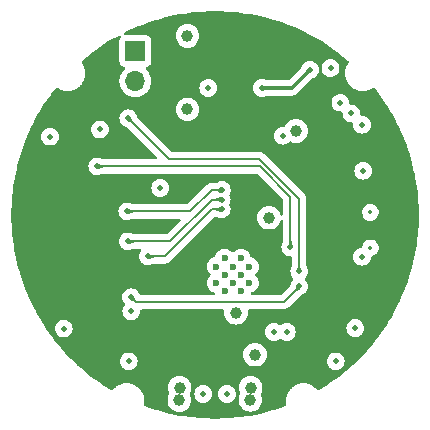
<source format=gbr>
%TF.GenerationSoftware,KiCad,Pcbnew,7.0.6*%
%TF.CreationDate,2023-09-26T22:04:44+02:00*%
%TF.ProjectId,torque_controller,746f7271-7565-45f6-936f-6e74726f6c6c,rev?*%
%TF.SameCoordinates,Original*%
%TF.FileFunction,Copper,L2,Inr*%
%TF.FilePolarity,Positive*%
%FSLAX46Y46*%
G04 Gerber Fmt 4.6, Leading zero omitted, Abs format (unit mm)*
G04 Created by KiCad (PCBNEW 7.0.6) date 2023-09-26 22:04:44*
%MOMM*%
%LPD*%
G01*
G04 APERTURE LIST*
%TA.AperFunction,HeatsinkPad*%
%ADD10C,0.600000*%
%TD*%
%TA.AperFunction,ComponentPad*%
%ADD11R,1.700000X1.700000*%
%TD*%
%TA.AperFunction,ComponentPad*%
%ADD12O,1.700000X1.700000*%
%TD*%
%TA.AperFunction,ComponentPad*%
%ADD13C,0.500000*%
%TD*%
%TA.AperFunction,ViaPad*%
%ADD14C,0.500000*%
%TD*%
%TA.AperFunction,ViaPad*%
%ADD15C,1.000000*%
%TD*%
%TA.AperFunction,Conductor*%
%ADD16C,0.300000*%
%TD*%
%TA.AperFunction,Conductor*%
%ADD17C,0.200000*%
%TD*%
%ADD18C,0.300000*%
%ADD19C,0.350000*%
%ADD20C,0.200000*%
G04 APERTURE END LIST*
D10*
%TO.N,GND*%
%TO.C,ESP32*%
X105880000Y-97170000D03*
X105880000Y-95770000D03*
X105180000Y-97870000D03*
X105180000Y-96470000D03*
X105180000Y-95070000D03*
X104480000Y-97170000D03*
X104480000Y-95770000D03*
X103780000Y-97870000D03*
X103780000Y-96470000D03*
X103780000Y-95070000D03*
X103080000Y-97170000D03*
X103080000Y-95770000D03*
%TD*%
D11*
%TO.N,/TX*%
%TO.C,J3*%
X96230000Y-77525000D03*
D12*
%TO.N,/RX*%
X96230000Y-80065000D03*
%TD*%
D13*
%TO.N,GND*%
%TO.C,U1*%
X107940000Y-101300276D03*
X109040000Y-101300276D03*
%TD*%
D14*
%TO.N,+3.3V*%
X110010000Y-77305000D03*
%TO.N,Net-(D1-K)*%
X106920500Y-80650000D03*
%TO.N,/CURR_SENS1*%
X95870000Y-98370000D03*
%TO.N,+3.3V*%
X89075000Y-98370000D03*
X114840000Y-102540000D03*
X113810000Y-96410000D03*
%TO.N,GND*%
X114840000Y-100990000D03*
X113190000Y-103810000D03*
X89000000Y-84770000D03*
X95880000Y-99560000D03*
%TO.N,+3.3V*%
X102370005Y-78739992D03*
%TO.N,GND*%
X102409996Y-80649998D03*
X108695000Y-84690000D03*
D15*
X109830000Y-84300000D03*
D14*
X115420000Y-94940000D03*
X115520000Y-87660000D03*
X93220000Y-84170000D03*
X90150000Y-101020000D03*
X98340000Y-89124500D03*
D15*
X106360000Y-103230000D03*
X100640000Y-76245000D03*
X99960000Y-107080000D03*
D14*
X95670000Y-103810000D03*
D15*
X99970000Y-106027247D03*
D14*
%TO.N,+3.3V*%
X98340000Y-92563650D03*
X89000000Y-83220000D03*
D15*
X109205000Y-104840000D03*
D14*
X115410000Y-90440000D03*
X104580000Y-91400000D03*
D15*
%TO.N,VCC*%
X104740000Y-99690000D03*
X100640000Y-82470000D03*
X107540000Y-91630000D03*
X105970000Y-107060000D03*
X105980000Y-106030000D03*
D14*
%TO.N,/EN_DRV*%
X112750000Y-78980000D03*
%TO.N,/BOOT*%
X93000000Y-87300000D03*
X109350000Y-94140000D03*
%TO.N,/CURR_SENS1*%
X110100000Y-97460000D03*
%TO.N,/CURR_SENS2*%
X110100000Y-96190000D03*
X95630000Y-83220000D03*
%TO.N,/PWM_OUT1*%
X115420000Y-83770000D03*
%TO.N,/PWM_OUT2*%
X114525603Y-82814897D03*
%TO.N,/PWM_OUT3*%
X113590000Y-81890000D03*
%TO.N,/CS*%
X103540000Y-89290000D03*
X95540000Y-91110000D03*
%TO.N,/CLK*%
X103528736Y-90100000D03*
X95590000Y-93650000D03*
%TO.N,/MISO*%
X103530000Y-90940000D03*
X97300000Y-94920000D03*
%TO.N,/SDA*%
X103980000Y-106550000D03*
%TO.N,Net-(D1-K)*%
X111001653Y-79097492D03*
%TO.N,/SCL*%
X101980000Y-106550000D03*
%TD*%
D16*
%TO.N,Net-(D1-K)*%
X109449145Y-80650000D02*
X111001653Y-79097492D01*
X106920500Y-80650000D02*
X109449145Y-80650000D01*
D17*
%TO.N,/CS*%
X100870000Y-91110000D02*
X102690000Y-89290000D01*
X102690000Y-89290000D02*
X103540000Y-89290000D01*
X95540000Y-91110000D02*
X100870000Y-91110000D01*
%TO.N,/CLK*%
X99145000Y-93650000D02*
X102695000Y-90100000D01*
X95590000Y-93650000D02*
X99145000Y-93650000D01*
X102695000Y-90100000D02*
X103528736Y-90100000D01*
%TO.N,/CURR_SENS1*%
X108770000Y-98800000D02*
X110100000Y-97470000D01*
X96300000Y-98800000D02*
X108770000Y-98800000D01*
X95870000Y-98370000D02*
X96300000Y-98800000D01*
%TO.N,/BOOT*%
X109350000Y-94140000D02*
X109350000Y-89855686D01*
X109350000Y-89855686D02*
X106794314Y-87300000D01*
X106794314Y-87300000D02*
X93000000Y-87300000D01*
%TO.N,/CURR_SENS2*%
X110100000Y-90040000D02*
X110100000Y-96190000D01*
X106720000Y-86660000D02*
X110100000Y-90040000D01*
X95630000Y-83220000D02*
X99070000Y-86660000D01*
X99070000Y-86660000D02*
X106720000Y-86660000D01*
%TO.N,/MISO*%
X97300000Y-94920000D02*
X98710000Y-94920000D01*
X102690000Y-90940000D02*
X103530000Y-90940000D01*
X98710000Y-94920000D02*
X102690000Y-90940000D01*
%TD*%
%TA.AperFunction,Conductor*%
%TO.N,+3.3V*%
G36*
X103578351Y-74164345D02*
G01*
X104006876Y-74184241D01*
X104389748Y-74211822D01*
X104817075Y-74251588D01*
X105197909Y-74297453D01*
X105623297Y-74357047D01*
X106000995Y-74421025D01*
X106423618Y-74500369D01*
X106797283Y-74582258D01*
X107216399Y-74681266D01*
X107584822Y-74780729D01*
X107999801Y-74899328D01*
X108361797Y-75015932D01*
X108772111Y-75154081D01*
X108999766Y-75239659D01*
X109126571Y-75287326D01*
X109531558Y-75444948D01*
X109877147Y-75594128D01*
X110276486Y-75771295D01*
X110611733Y-75935497D01*
X111005230Y-76132397D01*
X111184649Y-76231206D01*
X111328209Y-76310267D01*
X111716171Y-76527456D01*
X112024032Y-76716773D01*
X112163432Y-76803539D01*
X112407715Y-76955587D01*
X112694994Y-77151820D01*
X113078361Y-77415868D01*
X113330444Y-77606399D01*
X113725496Y-77906432D01*
X113727617Y-77908120D01*
X113846636Y-78007388D01*
X114246038Y-78341032D01*
X114284867Y-78399117D01*
X114286129Y-78468975D01*
X114268604Y-78505214D01*
X114269035Y-78505481D01*
X114266499Y-78509566D01*
X114266493Y-78509581D01*
X114266482Y-78509596D01*
X114200317Y-78616230D01*
X114200315Y-78616234D01*
X114143337Y-78708062D01*
X114090536Y-78832945D01*
X114090354Y-78833166D01*
X114089800Y-78834684D01*
X114052381Y-78923189D01*
X114017780Y-79061771D01*
X114017295Y-79062597D01*
X114016345Y-79067519D01*
X114010344Y-79091556D01*
X114009407Y-79094905D01*
X113994610Y-79142608D01*
X113995290Y-79155508D01*
X113982420Y-79299180D01*
X113981789Y-79300780D01*
X113981805Y-79301337D01*
X113981581Y-79308552D01*
X113978089Y-79347535D01*
X113977757Y-79350460D01*
X113973248Y-79383211D01*
X113975808Y-79395214D01*
X113985323Y-79539174D01*
X113984742Y-79541774D01*
X113985147Y-79543864D01*
X113986141Y-79551558D01*
X113990321Y-79614806D01*
X113990573Y-79624094D01*
X113994733Y-79634895D01*
X114026405Y-79775654D01*
X114026177Y-79779192D01*
X114027338Y-79782323D01*
X114029696Y-79790276D01*
X114041637Y-79843350D01*
X114043057Y-79847955D01*
X114042653Y-79848079D01*
X114045577Y-79858107D01*
X114051557Y-79868429D01*
X114104619Y-80002578D01*
X114105019Y-80006966D01*
X114112584Y-80022714D01*
X114127545Y-80060538D01*
X114127546Y-80060541D01*
X114129959Y-80064640D01*
X114137922Y-80081401D01*
X114144814Y-80089878D01*
X114217992Y-80214203D01*
X114219251Y-80219209D01*
X114219432Y-80219431D01*
X114230106Y-80234784D01*
X114230113Y-80234795D01*
X114246026Y-80261830D01*
X114254543Y-80272206D01*
X114264728Y-80286990D01*
X114272112Y-80293608D01*
X114363639Y-80405110D01*
X114365943Y-80410534D01*
X114366339Y-80410884D01*
X114380056Y-80425111D01*
X114394212Y-80442356D01*
X114410857Y-80457196D01*
X114422724Y-80469611D01*
X114430181Y-80474425D01*
X114537861Y-80570430D01*
X114541337Y-80576011D01*
X114541847Y-80576331D01*
X114558513Y-80588844D01*
X114568534Y-80597778D01*
X114568543Y-80597785D01*
X114568547Y-80597788D01*
X114594905Y-80614787D01*
X114607822Y-80624572D01*
X114614973Y-80627729D01*
X114736210Y-80705919D01*
X114740927Y-80711381D01*
X114741439Y-80711595D01*
X114760827Y-80721796D01*
X114764831Y-80724378D01*
X114764833Y-80724379D01*
X114764835Y-80724380D01*
X114802008Y-80740868D01*
X114815276Y-80747921D01*
X114821793Y-80749643D01*
X114953674Y-80808137D01*
X114959636Y-80813191D01*
X114960024Y-80813283D01*
X114973654Y-80817871D01*
X114973796Y-80817472D01*
X114978331Y-80819075D01*
X115030877Y-80833174D01*
X115038729Y-80835855D01*
X115040420Y-80836561D01*
X115045366Y-80837061D01*
X115184692Y-80874443D01*
X115191841Y-80878804D01*
X115204543Y-80879668D01*
X115267648Y-80886434D01*
X115275294Y-80887742D01*
X115276250Y-80887967D01*
X115279970Y-80887756D01*
X115403582Y-80901008D01*
X115423403Y-80903133D01*
X115431620Y-80906533D01*
X115468161Y-80903015D01*
X115471062Y-80902804D01*
X115510249Y-80900901D01*
X115517237Y-80900968D01*
X115519643Y-80900444D01*
X115663717Y-80893447D01*
X115672827Y-80895648D01*
X115724817Y-80881820D01*
X115728176Y-80881026D01*
X115752499Y-80875998D01*
X115756936Y-80875327D01*
X115758282Y-80874803D01*
X115825769Y-80860850D01*
X115898169Y-80845883D01*
X115988153Y-80812094D01*
X115989510Y-80811660D01*
X115989869Y-80811451D01*
X116116820Y-80763783D01*
X116116823Y-80763780D01*
X116116826Y-80763780D01*
X116320149Y-80648837D01*
X116320151Y-80648835D01*
X116324367Y-80646452D01*
X116324871Y-80647344D01*
X116386728Y-80627720D01*
X116454177Y-80645951D01*
X116487738Y-80676145D01*
X116884097Y-81192055D01*
X116898443Y-81210753D01*
X116900111Y-81213034D01*
X117030450Y-81400063D01*
X117207852Y-81654626D01*
X117208309Y-81655281D01*
X117363287Y-81878587D01*
X117383998Y-81911462D01*
X117625123Y-82294210D01*
X117795364Y-82566383D01*
X118027247Y-82975425D01*
X118194575Y-83273725D01*
X118401994Y-83682805D01*
X118408647Y-83696118D01*
X118560039Y-83999051D01*
X118745241Y-84410663D01*
X118782969Y-84496129D01*
X118890957Y-84740761D01*
X119055000Y-85155868D01*
X119186593Y-85497210D01*
X119330014Y-85916077D01*
X119446288Y-86266699D01*
X119569353Y-86689208D01*
X119669474Y-87047538D01*
X119772294Y-87473269D01*
X119855660Y-87837990D01*
X119865783Y-87890481D01*
X119938294Y-88266470D01*
X120004433Y-88636302D01*
X120066896Y-89066893D01*
X120115469Y-89440694D01*
X120157772Y-89872746D01*
X120188524Y-90249389D01*
X120210677Y-90682157D01*
X120223443Y-91060586D01*
X120225470Y-91493352D01*
X120220153Y-91872461D01*
X120202097Y-92304456D01*
X120178666Y-92683270D01*
X120140594Y-93113656D01*
X120099082Y-93491168D01*
X120041090Y-93919128D01*
X119981578Y-94294412D01*
X119903792Y-94719116D01*
X119826436Y-95091127D01*
X119728992Y-95511839D01*
X119634000Y-95879607D01*
X119517074Y-96295514D01*
X119404720Y-96658063D01*
X119268511Y-97068376D01*
X119139097Y-97424827D01*
X118983840Y-97828735D01*
X118837790Y-98178054D01*
X118663668Y-98574941D01*
X118605314Y-98697694D01*
X118501444Y-98916190D01*
X118308751Y-99305224D01*
X118130871Y-99637506D01*
X117919825Y-100018061D01*
X117726926Y-100340409D01*
X117497791Y-100711794D01*
X117290578Y-101023289D01*
X117043526Y-101384973D01*
X116822950Y-101684499D01*
X116558084Y-102036025D01*
X116325142Y-102322616D01*
X116042528Y-102663522D01*
X115798529Y-102936035D01*
X115498001Y-103266072D01*
X115244744Y-103523106D01*
X114925682Y-103842362D01*
X114665863Y-104082018D01*
X114326864Y-104391085D01*
X114064781Y-104610629D01*
X113702875Y-104911023D01*
X113447382Y-105105070D01*
X113055069Y-105401042D01*
X112831328Y-105554706D01*
X112386093Y-105859224D01*
X112383711Y-105860774D01*
X112363683Y-105873165D01*
X111802394Y-106219935D01*
X111735015Y-106238424D01*
X111668336Y-106217551D01*
X111639612Y-106189604D01*
X111639205Y-106189944D01*
X111636111Y-106186230D01*
X111636109Y-106186226D01*
X111636105Y-106186222D01*
X111636101Y-106186217D01*
X111548140Y-106095972D01*
X111548137Y-106095969D01*
X111473090Y-106018973D01*
X111473089Y-106018972D01*
X111473088Y-106018971D01*
X111473081Y-106018965D01*
X111364826Y-105937879D01*
X111364498Y-105937441D01*
X111361963Y-105935734D01*
X111286164Y-105878958D01*
X111286161Y-105878956D01*
X111286157Y-105878953D01*
X111286151Y-105878949D01*
X111286145Y-105878946D01*
X111159546Y-105811816D01*
X111158679Y-105810970D01*
X111153011Y-105808352D01*
X111129387Y-105795825D01*
X111126429Y-105794151D01*
X111085826Y-105769681D01*
X111073175Y-105767248D01*
X110936989Y-105720261D01*
X110935253Y-105719027D01*
X110933909Y-105718736D01*
X110926815Y-105716751D01*
X110885763Y-105702587D01*
X110883108Y-105701603D01*
X110856904Y-105691200D01*
X110844713Y-105690805D01*
X110729667Y-105670239D01*
X110702766Y-105665430D01*
X110700013Y-105664057D01*
X110697200Y-105663920D01*
X110689318Y-105663026D01*
X110629101Y-105652261D01*
X110629097Y-105652261D01*
X110622119Y-105651160D01*
X110618421Y-105650358D01*
X110607061Y-105651788D01*
X110462827Y-105648676D01*
X110459038Y-105647474D01*
X110455124Y-105647928D01*
X110446638Y-105648327D01*
X110395613Y-105647226D01*
X110390800Y-105647497D01*
X110390791Y-105647351D01*
X110377507Y-105647914D01*
X110366306Y-105651169D01*
X110223274Y-105670416D01*
X110218510Y-105669687D01*
X110218274Y-105669755D01*
X110200555Y-105673473D01*
X110164143Y-105678373D01*
X110156246Y-105680722D01*
X110138183Y-105684425D01*
X110128591Y-105688947D01*
X110085973Y-105701623D01*
X109990240Y-105730096D01*
X109984629Y-105730115D01*
X109984116Y-105730360D01*
X109966159Y-105737258D01*
X109940277Y-105744956D01*
X109924458Y-105752489D01*
X109907869Y-105758773D01*
X109900004Y-105764133D01*
X109769681Y-105826192D01*
X109763408Y-105827196D01*
X109762824Y-105827604D01*
X109745221Y-105837839D01*
X109729409Y-105845369D01*
X109729405Y-105845371D01*
X109729401Y-105845373D01*
X109709710Y-105858837D01*
X109707695Y-105860216D01*
X109707114Y-105860613D01*
X109692503Y-105869018D01*
X109686370Y-105874797D01*
X109567224Y-105956264D01*
X109560530Y-105958438D01*
X109560032Y-105958925D01*
X109543410Y-105972548D01*
X109536613Y-105977195D01*
X109536602Y-105977204D01*
X109509846Y-106002385D01*
X109497614Y-106012316D01*
X109493150Y-106018099D01*
X109388065Y-106116997D01*
X109381214Y-106120472D01*
X109380890Y-106120915D01*
X109369662Y-106133604D01*
X109369770Y-106133702D01*
X109366529Y-106137264D01*
X109366528Y-106137266D01*
X109353248Y-106154362D01*
X109335219Y-106177574D01*
X109329560Y-106183911D01*
X109327948Y-106185483D01*
X109325284Y-106190364D01*
X109236787Y-106304299D01*
X109230073Y-106309140D01*
X109226809Y-106315590D01*
X109223279Y-106321680D01*
X109193671Y-106375232D01*
X109189397Y-106381914D01*
X109188500Y-106383135D01*
X109187051Y-106387204D01*
X109117286Y-106513387D01*
X109111005Y-106519601D01*
X109101459Y-106550025D01*
X109100550Y-106552707D01*
X109085676Y-106593490D01*
X109082746Y-106600248D01*
X109082535Y-106600663D01*
X109081987Y-106603603D01*
X109032629Y-106738935D01*
X109027078Y-106746462D01*
X109019942Y-106797260D01*
X109019377Y-106800611D01*
X109014217Y-106826818D01*
X109012834Y-106832249D01*
X109012785Y-106834092D01*
X108985102Y-106974690D01*
X108981403Y-107069335D01*
X108981154Y-107072113D01*
X108981262Y-107072933D01*
X108975979Y-107208060D01*
X108975980Y-107208076D01*
X108988413Y-107314541D01*
X109003071Y-107440059D01*
X109004007Y-107444811D01*
X109003000Y-107445009D01*
X109002144Y-107509900D01*
X108963597Y-107568174D01*
X108924551Y-107590454D01*
X108718656Y-107662417D01*
X108290343Y-107811398D01*
X107918280Y-107922996D01*
X107524345Y-108039232D01*
X107139436Y-108136113D01*
X106748599Y-108231385D01*
X106356309Y-108311618D01*
X105964816Y-108387431D01*
X105567459Y-108450297D01*
X105174607Y-108507046D01*
X104773825Y-108552154D01*
X104379682Y-108589966D01*
X103976670Y-108617108D01*
X103581714Y-108636009D01*
X103177636Y-108645069D01*
X102782362Y-108645069D01*
X102378283Y-108636009D01*
X101983327Y-108617108D01*
X101580315Y-108589966D01*
X101186172Y-108552154D01*
X100785390Y-108507046D01*
X100392538Y-108450297D01*
X99995181Y-108387431D01*
X99603688Y-108311618D01*
X99211398Y-108231385D01*
X98820561Y-108136113D01*
X98435652Y-108039232D01*
X98041717Y-107922996D01*
X97669654Y-107811398D01*
X97241223Y-107662376D01*
X97035448Y-107590455D01*
X96978657Y-107549754D01*
X96952886Y-107484811D01*
X96956494Y-107444902D01*
X96955993Y-107444804D01*
X96956928Y-107440054D01*
X96956928Y-107440053D01*
X96984019Y-107208073D01*
X96984018Y-107208060D01*
X96979459Y-107091426D01*
X96979012Y-107080000D01*
X98954659Y-107080000D01*
X98973975Y-107276129D01*
X98973976Y-107276132D01*
X99025142Y-107444804D01*
X99031188Y-107464733D01*
X99124086Y-107638532D01*
X99124090Y-107638539D01*
X99249116Y-107790883D01*
X99401460Y-107915909D01*
X99401467Y-107915913D01*
X99575266Y-108008811D01*
X99575269Y-108008811D01*
X99575273Y-108008814D01*
X99763868Y-108066024D01*
X99960000Y-108085341D01*
X100156132Y-108066024D01*
X100344727Y-108008814D01*
X100382145Y-107988814D01*
X100518532Y-107915913D01*
X100518538Y-107915910D01*
X100670883Y-107790883D01*
X100795910Y-107638538D01*
X100888814Y-107464727D01*
X100946024Y-107276132D01*
X100965341Y-107080000D01*
X100946024Y-106883868D01*
X100888814Y-106695273D01*
X100849343Y-106621429D01*
X100835102Y-106553028D01*
X100835991Y-106550002D01*
X101224751Y-106550002D01*
X101243685Y-106718056D01*
X101299545Y-106877694D01*
X101299547Y-106877697D01*
X101389518Y-107020884D01*
X101389523Y-107020890D01*
X101509109Y-107140476D01*
X101509115Y-107140481D01*
X101652302Y-107230452D01*
X101652305Y-107230454D01*
X101652309Y-107230455D01*
X101652310Y-107230456D01*
X101724913Y-107255860D01*
X101811943Y-107286314D01*
X101979997Y-107305249D01*
X101980000Y-107305249D01*
X101980003Y-107305249D01*
X102148056Y-107286314D01*
X102148059Y-107286313D01*
X102307690Y-107230456D01*
X102307692Y-107230454D01*
X102307694Y-107230454D01*
X102307697Y-107230452D01*
X102450884Y-107140481D01*
X102450885Y-107140480D01*
X102450890Y-107140477D01*
X102570477Y-107020890D01*
X102599505Y-106974693D01*
X102660452Y-106877697D01*
X102660454Y-106877694D01*
X102660454Y-106877692D01*
X102660456Y-106877690D01*
X102716313Y-106718059D01*
X102716313Y-106718058D01*
X102716314Y-106718056D01*
X102735249Y-106550002D01*
X103224751Y-106550002D01*
X103243685Y-106718056D01*
X103299545Y-106877694D01*
X103299547Y-106877697D01*
X103389518Y-107020884D01*
X103389523Y-107020890D01*
X103509109Y-107140476D01*
X103509115Y-107140481D01*
X103652302Y-107230452D01*
X103652305Y-107230454D01*
X103652309Y-107230455D01*
X103652310Y-107230456D01*
X103724913Y-107255860D01*
X103811943Y-107286314D01*
X103979997Y-107305249D01*
X103980000Y-107305249D01*
X103980003Y-107305249D01*
X104148056Y-107286314D01*
X104148059Y-107286313D01*
X104307690Y-107230456D01*
X104307692Y-107230454D01*
X104307694Y-107230454D01*
X104307697Y-107230452D01*
X104450884Y-107140481D01*
X104450885Y-107140480D01*
X104450890Y-107140477D01*
X104531367Y-107060000D01*
X104964659Y-107060000D01*
X104983975Y-107256129D01*
X104983976Y-107256132D01*
X105039768Y-107440054D01*
X105041188Y-107444733D01*
X105134086Y-107618532D01*
X105134090Y-107618539D01*
X105259116Y-107770883D01*
X105411460Y-107895909D01*
X105411467Y-107895913D01*
X105585266Y-107988811D01*
X105585269Y-107988811D01*
X105585273Y-107988814D01*
X105773868Y-108046024D01*
X105970000Y-108065341D01*
X106166132Y-108046024D01*
X106354727Y-107988814D01*
X106528538Y-107895910D01*
X106680883Y-107770883D01*
X106805910Y-107618538D01*
X106898663Y-107445009D01*
X106898811Y-107444733D01*
X106898811Y-107444732D01*
X106898814Y-107444727D01*
X106956024Y-107256132D01*
X106975341Y-107060000D01*
X106956024Y-106863868D01*
X106898814Y-106675273D01*
X106865424Y-106612806D01*
X106851183Y-106544406D01*
X106865424Y-106495902D01*
X106908814Y-106414727D01*
X106966024Y-106226132D01*
X106985341Y-106030000D01*
X106966024Y-105833868D01*
X106908814Y-105645273D01*
X106908811Y-105645269D01*
X106908811Y-105645266D01*
X106815913Y-105471467D01*
X106815909Y-105471460D01*
X106690883Y-105319116D01*
X106538539Y-105194090D01*
X106538532Y-105194086D01*
X106364733Y-105101188D01*
X106364727Y-105101186D01*
X106176132Y-105043976D01*
X106176129Y-105043975D01*
X105980000Y-105024659D01*
X105783870Y-105043975D01*
X105595266Y-105101188D01*
X105421467Y-105194086D01*
X105421460Y-105194090D01*
X105269116Y-105319116D01*
X105144090Y-105471460D01*
X105144086Y-105471467D01*
X105051188Y-105645266D01*
X104993975Y-105833870D01*
X104974659Y-106030000D01*
X104993975Y-106226129D01*
X105051187Y-106414730D01*
X105084574Y-106477191D01*
X105098816Y-106545594D01*
X105084574Y-106594097D01*
X105041186Y-106675273D01*
X105035119Y-106695273D01*
X104983975Y-106863870D01*
X104964659Y-107060000D01*
X104531367Y-107060000D01*
X104570477Y-107020890D01*
X104599505Y-106974693D01*
X104660452Y-106877697D01*
X104660454Y-106877694D01*
X104660454Y-106877692D01*
X104660456Y-106877690D01*
X104716313Y-106718059D01*
X104716313Y-106718058D01*
X104716314Y-106718056D01*
X104735249Y-106550002D01*
X104735249Y-106549997D01*
X104716314Y-106381943D01*
X104681038Y-106281130D01*
X104660456Y-106222310D01*
X104660455Y-106222309D01*
X104660454Y-106222305D01*
X104660452Y-106222302D01*
X104570481Y-106079115D01*
X104570476Y-106079109D01*
X104450890Y-105959523D01*
X104450884Y-105959518D01*
X104307697Y-105869547D01*
X104307694Y-105869545D01*
X104148056Y-105813685D01*
X103980003Y-105794751D01*
X103979997Y-105794751D01*
X103811943Y-105813685D01*
X103652305Y-105869545D01*
X103652302Y-105869547D01*
X103509115Y-105959518D01*
X103509109Y-105959523D01*
X103389523Y-106079109D01*
X103389518Y-106079115D01*
X103299547Y-106222302D01*
X103299545Y-106222305D01*
X103243685Y-106381943D01*
X103224751Y-106549997D01*
X103224751Y-106550002D01*
X102735249Y-106550002D01*
X102735249Y-106549997D01*
X102716314Y-106381943D01*
X102681038Y-106281130D01*
X102660456Y-106222310D01*
X102660455Y-106222309D01*
X102660454Y-106222305D01*
X102660452Y-106222302D01*
X102570481Y-106079115D01*
X102570476Y-106079109D01*
X102450890Y-105959523D01*
X102450884Y-105959518D01*
X102307697Y-105869547D01*
X102307694Y-105869545D01*
X102148056Y-105813685D01*
X101980003Y-105794751D01*
X101979997Y-105794751D01*
X101811943Y-105813685D01*
X101652305Y-105869545D01*
X101652302Y-105869547D01*
X101509115Y-105959518D01*
X101509109Y-105959523D01*
X101389523Y-106079109D01*
X101389518Y-106079115D01*
X101299547Y-106222302D01*
X101299545Y-106222305D01*
X101243685Y-106381943D01*
X101224751Y-106549997D01*
X101224751Y-106550002D01*
X100835991Y-106550002D01*
X100849345Y-106504522D01*
X100892144Y-106424452D01*
X100898814Y-106411974D01*
X100956024Y-106223379D01*
X100975341Y-106027247D01*
X100956024Y-105831115D01*
X100898814Y-105642520D01*
X100898811Y-105642516D01*
X100898811Y-105642513D01*
X100805913Y-105468714D01*
X100805909Y-105468707D01*
X100680883Y-105316363D01*
X100528539Y-105191337D01*
X100528532Y-105191333D01*
X100354733Y-105098435D01*
X100354727Y-105098433D01*
X100228996Y-105060293D01*
X100166129Y-105041222D01*
X99970000Y-105021906D01*
X99773870Y-105041222D01*
X99585266Y-105098435D01*
X99411467Y-105191333D01*
X99411460Y-105191337D01*
X99259116Y-105316363D01*
X99134090Y-105468707D01*
X99134086Y-105468714D01*
X99041188Y-105642513D01*
X98983975Y-105831117D01*
X98964659Y-106027246D01*
X98983975Y-106223376D01*
X98983976Y-106223379D01*
X99033671Y-106387201D01*
X99041188Y-106411979D01*
X99080655Y-106485816D01*
X99094897Y-106554218D01*
X99080655Y-106602722D01*
X99031188Y-106695267D01*
X98973975Y-106883870D01*
X98954659Y-107080000D01*
X96979012Y-107080000D01*
X96978735Y-107072909D01*
X96978868Y-107072380D01*
X96978595Y-107069334D01*
X96974896Y-106974694D01*
X96947214Y-106834093D01*
X96947324Y-106832883D01*
X96945784Y-106826832D01*
X96940621Y-106800611D01*
X96940609Y-106800548D01*
X96940049Y-106797225D01*
X96933455Y-106750290D01*
X96927370Y-106738935D01*
X96878014Y-106603613D01*
X96877878Y-106601486D01*
X96877257Y-106600259D01*
X96874326Y-106593500D01*
X96859412Y-106552608D01*
X96858522Y-106549983D01*
X96850085Y-106523095D01*
X96842710Y-106513384D01*
X96793540Y-106424452D01*
X96772943Y-106387198D01*
X96772273Y-106384194D01*
X96770606Y-106381922D01*
X96766331Y-106375239D01*
X96736719Y-106321680D01*
X96733195Y-106315605D01*
X96731480Y-106312216D01*
X96723207Y-106304295D01*
X96688154Y-106259167D01*
X96634705Y-106190353D01*
X96633250Y-106186656D01*
X96630436Y-106183909D01*
X96624775Y-106177569D01*
X96593472Y-106137268D01*
X96590229Y-106133703D01*
X96590336Y-106133604D01*
X96581524Y-106123645D01*
X96571936Y-106117000D01*
X96557452Y-106103369D01*
X96549311Y-106095707D01*
X96466842Y-106018092D01*
X96464405Y-106013935D01*
X96464209Y-106013798D01*
X96450149Y-106002382D01*
X96423395Y-105977203D01*
X96423387Y-105977197D01*
X96416591Y-105972550D01*
X96402330Y-105960863D01*
X96392778Y-105956267D01*
X96273633Y-105874800D01*
X96270082Y-105870458D01*
X96269572Y-105870215D01*
X96252895Y-105860621D01*
X96230594Y-105845372D01*
X96230592Y-105845371D01*
X96230589Y-105845369D01*
X96214770Y-105837836D01*
X96199438Y-105828921D01*
X96190316Y-105826191D01*
X96059993Y-105764133D01*
X96055261Y-105759898D01*
X96054582Y-105759703D01*
X96035536Y-105752487D01*
X96019724Y-105744958D01*
X96008268Y-105741550D01*
X95993833Y-105737257D01*
X95978098Y-105731212D01*
X95969752Y-105730094D01*
X95831407Y-105688947D01*
X95825498Y-105685120D01*
X95824810Y-105685041D01*
X95803754Y-105680723D01*
X95795856Y-105678374D01*
X95759435Y-105673473D01*
X95744025Y-105670239D01*
X95736726Y-105670417D01*
X95593692Y-105651170D01*
X95586675Y-105648041D01*
X95586123Y-105648069D01*
X95569207Y-105647352D01*
X95569199Y-105647498D01*
X95564385Y-105647227D01*
X95513366Y-105648328D01*
X95504878Y-105647929D01*
X95502642Y-105647669D01*
X95497170Y-105648677D01*
X95352935Y-105651789D01*
X95344943Y-105649628D01*
X95337868Y-105651162D01*
X95330911Y-105652259D01*
X95270682Y-105663027D01*
X95262799Y-105663921D01*
X95261299Y-105663994D01*
X95257233Y-105665431D01*
X95115286Y-105690807D01*
X95106498Y-105689848D01*
X95076837Y-105701623D01*
X95074183Y-105702607D01*
X95033184Y-105716753D01*
X95026092Y-105718738D01*
X95025635Y-105718836D01*
X95023005Y-105720265D01*
X94886816Y-105767252D01*
X94877479Y-105767687D01*
X94833542Y-105794167D01*
X94830584Y-105795841D01*
X94806993Y-105808350D01*
X94801912Y-105810697D01*
X94800452Y-105811819D01*
X94673397Y-105879190D01*
X94663772Y-105881160D01*
X94614477Y-105923261D01*
X94611383Y-105925738D01*
X94598047Y-105935727D01*
X94595746Y-105937276D01*
X94595181Y-105937874D01*
X94486913Y-106018971D01*
X94486910Y-106018973D01*
X94412117Y-106095707D01*
X94412117Y-106095708D01*
X94323898Y-106186218D01*
X94320795Y-106189945D01*
X94319988Y-106189273D01*
X94269125Y-106229460D01*
X94199587Y-106236259D01*
X94157604Y-106219938D01*
X93598152Y-105874302D01*
X93583730Y-105865380D01*
X93576249Y-105860751D01*
X93573878Y-105859208D01*
X93129413Y-105555217D01*
X92904892Y-105401017D01*
X92512934Y-105105312D01*
X92257107Y-104911011D01*
X91895471Y-104610842D01*
X91751757Y-104490454D01*
X91633102Y-104391058D01*
X91378363Y-104158811D01*
X91294403Y-104082264D01*
X91181427Y-103978056D01*
X91034278Y-103842326D01*
X91001974Y-103810002D01*
X94914751Y-103810002D01*
X94933685Y-103978056D01*
X94989545Y-104137694D01*
X94989547Y-104137697D01*
X95079518Y-104280884D01*
X95079523Y-104280890D01*
X95199109Y-104400476D01*
X95199115Y-104400481D01*
X95342302Y-104490452D01*
X95342305Y-104490454D01*
X95342309Y-104490455D01*
X95342310Y-104490456D01*
X95414913Y-104515860D01*
X95501943Y-104546314D01*
X95669997Y-104565249D01*
X95670000Y-104565249D01*
X95670003Y-104565249D01*
X95838056Y-104546314D01*
X95838059Y-104546313D01*
X95997690Y-104490456D01*
X95997692Y-104490454D01*
X95997694Y-104490454D01*
X95997697Y-104490452D01*
X96140884Y-104400481D01*
X96140885Y-104400480D01*
X96140890Y-104400477D01*
X96260477Y-104280890D01*
X96260481Y-104280884D01*
X96350452Y-104137697D01*
X96350454Y-104137694D01*
X96350454Y-104137692D01*
X96350456Y-104137690D01*
X96406313Y-103978059D01*
X96406313Y-103978058D01*
X96406314Y-103978056D01*
X96425249Y-103810002D01*
X96425249Y-103809997D01*
X96406314Y-103641943D01*
X96350454Y-103482305D01*
X96350452Y-103482302D01*
X96260481Y-103339115D01*
X96260476Y-103339109D01*
X96151367Y-103230000D01*
X105354659Y-103230000D01*
X105373975Y-103426129D01*
X105431188Y-103614733D01*
X105524086Y-103788532D01*
X105524090Y-103788539D01*
X105649116Y-103940883D01*
X105801460Y-104065909D01*
X105801467Y-104065913D01*
X105975266Y-104158811D01*
X105975269Y-104158811D01*
X105975273Y-104158814D01*
X106163868Y-104216024D01*
X106360000Y-104235341D01*
X106556132Y-104216024D01*
X106744727Y-104158814D01*
X106918538Y-104065910D01*
X107070883Y-103940883D01*
X107178295Y-103810002D01*
X112434751Y-103810002D01*
X112453685Y-103978056D01*
X112509545Y-104137694D01*
X112509547Y-104137697D01*
X112599518Y-104280884D01*
X112599523Y-104280890D01*
X112719109Y-104400476D01*
X112719115Y-104400481D01*
X112862302Y-104490452D01*
X112862305Y-104490454D01*
X112862309Y-104490455D01*
X112862310Y-104490456D01*
X112934913Y-104515860D01*
X113021943Y-104546314D01*
X113189997Y-104565249D01*
X113190000Y-104565249D01*
X113190003Y-104565249D01*
X113358056Y-104546314D01*
X113358059Y-104546313D01*
X113517690Y-104490456D01*
X113517692Y-104490454D01*
X113517694Y-104490454D01*
X113517697Y-104490452D01*
X113660884Y-104400481D01*
X113660885Y-104400480D01*
X113660890Y-104400477D01*
X113780477Y-104280890D01*
X113780481Y-104280884D01*
X113870452Y-104137697D01*
X113870454Y-104137694D01*
X113870454Y-104137692D01*
X113870456Y-104137690D01*
X113926313Y-103978059D01*
X113926313Y-103978058D01*
X113926314Y-103978056D01*
X113945249Y-103810002D01*
X113945249Y-103809997D01*
X113926314Y-103641943D01*
X113870454Y-103482305D01*
X113870452Y-103482302D01*
X113780481Y-103339115D01*
X113780476Y-103339109D01*
X113660890Y-103219523D01*
X113660884Y-103219518D01*
X113517697Y-103129547D01*
X113517694Y-103129545D01*
X113358056Y-103073685D01*
X113190003Y-103054751D01*
X113189997Y-103054751D01*
X113021943Y-103073685D01*
X112862305Y-103129545D01*
X112862302Y-103129547D01*
X112719115Y-103219518D01*
X112719109Y-103219523D01*
X112599523Y-103339109D01*
X112599518Y-103339115D01*
X112509547Y-103482302D01*
X112509545Y-103482305D01*
X112453685Y-103641943D01*
X112434751Y-103809997D01*
X112434751Y-103810002D01*
X107178295Y-103810002D01*
X107195910Y-103788538D01*
X107288814Y-103614727D01*
X107346024Y-103426132D01*
X107365341Y-103230000D01*
X107346024Y-103033868D01*
X107288814Y-102845273D01*
X107288811Y-102845269D01*
X107288811Y-102845266D01*
X107195913Y-102671467D01*
X107195909Y-102671460D01*
X107070883Y-102519116D01*
X106918539Y-102394090D01*
X106918532Y-102394086D01*
X106744733Y-102301188D01*
X106744727Y-102301186D01*
X106556132Y-102243976D01*
X106556129Y-102243975D01*
X106360000Y-102224659D01*
X106163870Y-102243975D01*
X105975266Y-102301188D01*
X105801467Y-102394086D01*
X105801460Y-102394090D01*
X105649116Y-102519116D01*
X105524090Y-102671460D01*
X105524086Y-102671467D01*
X105431188Y-102845266D01*
X105373975Y-103033870D01*
X105354659Y-103230000D01*
X96151367Y-103230000D01*
X96140890Y-103219523D01*
X96140884Y-103219518D01*
X95997697Y-103129547D01*
X95997694Y-103129545D01*
X95838056Y-103073685D01*
X95670003Y-103054751D01*
X95669997Y-103054751D01*
X95501943Y-103073685D01*
X95342305Y-103129545D01*
X95342302Y-103129547D01*
X95199115Y-103219518D01*
X95199109Y-103219523D01*
X95079523Y-103339109D01*
X95079518Y-103339115D01*
X94989547Y-103482302D01*
X94989545Y-103482305D01*
X94933685Y-103641943D01*
X94914751Y-103809997D01*
X94914751Y-103810002D01*
X91001974Y-103810002D01*
X90789639Y-103597538D01*
X90715388Y-103523241D01*
X90461982Y-103266057D01*
X90286811Y-103073687D01*
X90161585Y-102936165D01*
X89917433Y-102663480D01*
X89634993Y-102322783D01*
X89617440Y-102301188D01*
X89401876Y-102035977D01*
X89360247Y-101980728D01*
X89137174Y-101684670D01*
X88916438Y-101384927D01*
X88669469Y-101023362D01*
X88669420Y-101023289D01*
X88667233Y-101020002D01*
X89394751Y-101020002D01*
X89413685Y-101188056D01*
X89469545Y-101347694D01*
X89469547Y-101347697D01*
X89559518Y-101490884D01*
X89559523Y-101490890D01*
X89679109Y-101610476D01*
X89679115Y-101610481D01*
X89822302Y-101700452D01*
X89822305Y-101700454D01*
X89822309Y-101700455D01*
X89822310Y-101700456D01*
X89894913Y-101725860D01*
X89981943Y-101756314D01*
X90149997Y-101775249D01*
X90150000Y-101775249D01*
X90150003Y-101775249D01*
X90318056Y-101756314D01*
X90349678Y-101745249D01*
X90477690Y-101700456D01*
X90477692Y-101700454D01*
X90477694Y-101700454D01*
X90477697Y-101700452D01*
X90620884Y-101610481D01*
X90620885Y-101610480D01*
X90620890Y-101610477D01*
X90740477Y-101490890D01*
X90740481Y-101490884D01*
X90830452Y-101347697D01*
X90830454Y-101347694D01*
X90830454Y-101347692D01*
X90830456Y-101347690D01*
X90847046Y-101300278D01*
X107184751Y-101300278D01*
X107203685Y-101468332D01*
X107259545Y-101627970D01*
X107259547Y-101627973D01*
X107349518Y-101771160D01*
X107349523Y-101771166D01*
X107469109Y-101890752D01*
X107469115Y-101890757D01*
X107612302Y-101980728D01*
X107612305Y-101980730D01*
X107612309Y-101980731D01*
X107612310Y-101980732D01*
X107684913Y-102006136D01*
X107771943Y-102036590D01*
X107939997Y-102055525D01*
X107940000Y-102055525D01*
X107940003Y-102055525D01*
X108108056Y-102036590D01*
X108109808Y-102035977D01*
X108267690Y-101980732D01*
X108267692Y-101980730D01*
X108267694Y-101980730D01*
X108267697Y-101980728D01*
X108410881Y-101890759D01*
X108410883Y-101890757D01*
X108410890Y-101890753D01*
X108410895Y-101890747D01*
X108412682Y-101889323D01*
X108414066Y-101888757D01*
X108416786Y-101887049D01*
X108417085Y-101887525D01*
X108477367Y-101862911D01*
X108546063Y-101875663D01*
X108567318Y-101889323D01*
X108569118Y-101890759D01*
X108712302Y-101980728D01*
X108712305Y-101980730D01*
X108712309Y-101980731D01*
X108712310Y-101980732D01*
X108784913Y-102006136D01*
X108871943Y-102036590D01*
X109039997Y-102055525D01*
X109040000Y-102055525D01*
X109040003Y-102055525D01*
X109208056Y-102036590D01*
X109209808Y-102035977D01*
X109367690Y-101980732D01*
X109367692Y-101980730D01*
X109367694Y-101980730D01*
X109367697Y-101980728D01*
X109510884Y-101890757D01*
X109510885Y-101890756D01*
X109510890Y-101890753D01*
X109630477Y-101771166D01*
X109658660Y-101726313D01*
X109720452Y-101627973D01*
X109720454Y-101627970D01*
X109720454Y-101627968D01*
X109720456Y-101627966D01*
X109776313Y-101468335D01*
X109776313Y-101468334D01*
X109776314Y-101468332D01*
X109795249Y-101300278D01*
X109795249Y-101300273D01*
X109776314Y-101132219D01*
X109726550Y-100990002D01*
X114084751Y-100990002D01*
X114103685Y-101158056D01*
X114159545Y-101317694D01*
X114159547Y-101317697D01*
X114249518Y-101460884D01*
X114249523Y-101460890D01*
X114369109Y-101580476D01*
X114369115Y-101580481D01*
X114512302Y-101670452D01*
X114512305Y-101670454D01*
X114512309Y-101670455D01*
X114512310Y-101670456D01*
X114552443Y-101684499D01*
X114671943Y-101726314D01*
X114839997Y-101745249D01*
X114840000Y-101745249D01*
X114840003Y-101745249D01*
X115008056Y-101726314D01*
X115081954Y-101700456D01*
X115167690Y-101670456D01*
X115167692Y-101670454D01*
X115167694Y-101670454D01*
X115167697Y-101670452D01*
X115310884Y-101580481D01*
X115310885Y-101580480D01*
X115310890Y-101580477D01*
X115430477Y-101460890D01*
X115432591Y-101457526D01*
X115520452Y-101317697D01*
X115520454Y-101317694D01*
X115520454Y-101317692D01*
X115520456Y-101317690D01*
X115576313Y-101158059D01*
X115576313Y-101158058D01*
X115576314Y-101158056D01*
X115595249Y-100990002D01*
X115595249Y-100989997D01*
X115576314Y-100821943D01*
X115538369Y-100713503D01*
X115520456Y-100662310D01*
X115520455Y-100662309D01*
X115520454Y-100662305D01*
X115520452Y-100662302D01*
X115430481Y-100519115D01*
X115430476Y-100519109D01*
X115310890Y-100399523D01*
X115310884Y-100399518D01*
X115167697Y-100309547D01*
X115167694Y-100309545D01*
X115008056Y-100253685D01*
X114840003Y-100234751D01*
X114839997Y-100234751D01*
X114671943Y-100253685D01*
X114512305Y-100309545D01*
X114512302Y-100309547D01*
X114369115Y-100399518D01*
X114369109Y-100399523D01*
X114249523Y-100519109D01*
X114249518Y-100519115D01*
X114159547Y-100662302D01*
X114159545Y-100662305D01*
X114103685Y-100821943D01*
X114084751Y-100989997D01*
X114084751Y-100990002D01*
X109726550Y-100990002D01*
X109720454Y-100972581D01*
X109720452Y-100972578D01*
X109630481Y-100829391D01*
X109630476Y-100829385D01*
X109510890Y-100709799D01*
X109510884Y-100709794D01*
X109367697Y-100619823D01*
X109367694Y-100619821D01*
X109208056Y-100563961D01*
X109040003Y-100545027D01*
X109039997Y-100545027D01*
X108871943Y-100563961D01*
X108712305Y-100619821D01*
X108712302Y-100619823D01*
X108569112Y-100709796D01*
X108567310Y-100711234D01*
X108565925Y-100711799D01*
X108563214Y-100713503D01*
X108562915Y-100713027D01*
X108502623Y-100737641D01*
X108433928Y-100724883D01*
X108412690Y-100711234D01*
X108410887Y-100709796D01*
X108267697Y-100619823D01*
X108267694Y-100619821D01*
X108108056Y-100563961D01*
X107940003Y-100545027D01*
X107939997Y-100545027D01*
X107771943Y-100563961D01*
X107612305Y-100619821D01*
X107612302Y-100619823D01*
X107469115Y-100709794D01*
X107469109Y-100709799D01*
X107349523Y-100829385D01*
X107349518Y-100829391D01*
X107259547Y-100972578D01*
X107259545Y-100972581D01*
X107203685Y-101132219D01*
X107184751Y-101300273D01*
X107184751Y-101300278D01*
X90847046Y-101300278D01*
X90886313Y-101188059D01*
X90886313Y-101188058D01*
X90886314Y-101188056D01*
X90905249Y-101020002D01*
X90905249Y-101019997D01*
X90886314Y-100851943D01*
X90837078Y-100711234D01*
X90830456Y-100692310D01*
X90830455Y-100692309D01*
X90830454Y-100692305D01*
X90830452Y-100692302D01*
X90740481Y-100549115D01*
X90740476Y-100549109D01*
X90620890Y-100429523D01*
X90620884Y-100429518D01*
X90477697Y-100339547D01*
X90477694Y-100339545D01*
X90318056Y-100283685D01*
X90150003Y-100264751D01*
X90149997Y-100264751D01*
X89981943Y-100283685D01*
X89822305Y-100339545D01*
X89822302Y-100339547D01*
X89679115Y-100429518D01*
X89679109Y-100429523D01*
X89559523Y-100549109D01*
X89559518Y-100549115D01*
X89469547Y-100692302D01*
X89469545Y-100692305D01*
X89413685Y-100851943D01*
X89394751Y-101019997D01*
X89394751Y-101020002D01*
X88667233Y-101020002D01*
X88470914Y-100724883D01*
X88462192Y-100711772D01*
X88233145Y-100340529D01*
X88040147Y-100018016D01*
X87829169Y-99637585D01*
X87787634Y-99559997D01*
X87651231Y-99305193D01*
X87528635Y-99057680D01*
X87458570Y-98916223D01*
X87296302Y-98574879D01*
X87146192Y-98232725D01*
X87122248Y-98178150D01*
X87122209Y-98178054D01*
X86976148Y-97828712D01*
X86820919Y-97424877D01*
X86820901Y-97424827D01*
X86691474Y-97068342D01*
X86558488Y-96667737D01*
X86555299Y-96658129D01*
X86442910Y-96295469D01*
X86436386Y-96272262D01*
X86326013Y-95879666D01*
X86230989Y-95511770D01*
X86133571Y-95091169D01*
X86056203Y-94719101D01*
X85978427Y-94294450D01*
X85974471Y-94269506D01*
X85918897Y-93919054D01*
X85870462Y-93561616D01*
X85860925Y-93491243D01*
X85842348Y-93322302D01*
X85819397Y-93113592D01*
X85781337Y-92683341D01*
X85767889Y-92465909D01*
X85757896Y-92304368D01*
X85739846Y-91872508D01*
X85739846Y-91872461D01*
X85734527Y-91493288D01*
X85736323Y-91110002D01*
X94784751Y-91110002D01*
X94803685Y-91278056D01*
X94859545Y-91437694D01*
X94859547Y-91437697D01*
X94949518Y-91580884D01*
X94949523Y-91580890D01*
X95069109Y-91700476D01*
X95069115Y-91700481D01*
X95212302Y-91790452D01*
X95212305Y-91790454D01*
X95212309Y-91790455D01*
X95212310Y-91790456D01*
X95246670Y-91802479D01*
X95371943Y-91846314D01*
X95539997Y-91865249D01*
X95540000Y-91865249D01*
X95540003Y-91865249D01*
X95708056Y-91846314D01*
X95708059Y-91846313D01*
X95867690Y-91790456D01*
X95964691Y-91729505D01*
X96030663Y-91710500D01*
X99935903Y-91710500D01*
X100002942Y-91730185D01*
X100048697Y-91782989D01*
X100058641Y-91852147D01*
X100029616Y-91915703D01*
X100023584Y-91922181D01*
X98932584Y-93013181D01*
X98871261Y-93046666D01*
X98844903Y-93049500D01*
X96080663Y-93049500D01*
X96014691Y-93030494D01*
X95917692Y-92969545D01*
X95917691Y-92969544D01*
X95917690Y-92969544D01*
X95879370Y-92956135D01*
X95758056Y-92913685D01*
X95590003Y-92894751D01*
X95589997Y-92894751D01*
X95421943Y-92913685D01*
X95262305Y-92969545D01*
X95262302Y-92969547D01*
X95119115Y-93059518D01*
X95119109Y-93059523D01*
X94999523Y-93179109D01*
X94999518Y-93179115D01*
X94909547Y-93322302D01*
X94909545Y-93322305D01*
X94853685Y-93481943D01*
X94834751Y-93649997D01*
X94834751Y-93650002D01*
X94853685Y-93818056D01*
X94909545Y-93977694D01*
X94909547Y-93977697D01*
X94999518Y-94120884D01*
X94999523Y-94120890D01*
X95119109Y-94240476D01*
X95119115Y-94240481D01*
X95262302Y-94330452D01*
X95262305Y-94330454D01*
X95262309Y-94330455D01*
X95262310Y-94330456D01*
X95316801Y-94349523D01*
X95421943Y-94386314D01*
X95589997Y-94405249D01*
X95590000Y-94405249D01*
X95590003Y-94405249D01*
X95758056Y-94386314D01*
X95758059Y-94386313D01*
X95917690Y-94330456D01*
X96014691Y-94269505D01*
X96080663Y-94250500D01*
X96610421Y-94250500D01*
X96677460Y-94270185D01*
X96723215Y-94322989D01*
X96733159Y-94392147D01*
X96711540Y-94442154D01*
X96713227Y-94443214D01*
X96619547Y-94592302D01*
X96619545Y-94592305D01*
X96563685Y-94751943D01*
X96544751Y-94919997D01*
X96544751Y-94920002D01*
X96563685Y-95088056D01*
X96619545Y-95247694D01*
X96619547Y-95247697D01*
X96709518Y-95390884D01*
X96709523Y-95390890D01*
X96829109Y-95510476D01*
X96829115Y-95510481D01*
X96972302Y-95600452D01*
X96972305Y-95600454D01*
X96972309Y-95600455D01*
X96972310Y-95600456D01*
X97029456Y-95620452D01*
X97131943Y-95656314D01*
X97299997Y-95675249D01*
X97300000Y-95675249D01*
X97300003Y-95675249D01*
X97468056Y-95656314D01*
X97468059Y-95656313D01*
X97627690Y-95600456D01*
X97724691Y-95539505D01*
X97790663Y-95520500D01*
X98666572Y-95520500D01*
X98674670Y-95521030D01*
X98710000Y-95525682D01*
X98710001Y-95525682D01*
X98762254Y-95518802D01*
X98866762Y-95505044D01*
X99012841Y-95444536D01*
X99082754Y-95390890D01*
X99138282Y-95348282D01*
X99159984Y-95319998D01*
X99165310Y-95313923D01*
X102902415Y-91576819D01*
X102963739Y-91543334D01*
X102990097Y-91540500D01*
X103039337Y-91540500D01*
X103105308Y-91559505D01*
X103202310Y-91620456D01*
X103323621Y-91662904D01*
X103361943Y-91676314D01*
X103529997Y-91695249D01*
X103530000Y-91695249D01*
X103530003Y-91695249D01*
X103698056Y-91676314D01*
X103698059Y-91676313D01*
X103857690Y-91620456D01*
X103857692Y-91620454D01*
X103857694Y-91620454D01*
X103857697Y-91620452D01*
X104000884Y-91530481D01*
X104000885Y-91530480D01*
X104000890Y-91530477D01*
X104120477Y-91410890D01*
X104126272Y-91401668D01*
X104210452Y-91267697D01*
X104210454Y-91267694D01*
X104210454Y-91267692D01*
X104210456Y-91267690D01*
X104266313Y-91108059D01*
X104266313Y-91108058D01*
X104266314Y-91108056D01*
X104285249Y-90940002D01*
X104285249Y-90939997D01*
X104266313Y-90771942D01*
X104241555Y-90701188D01*
X104210456Y-90612310D01*
X104210455Y-90612308D01*
X104193275Y-90584966D01*
X104174274Y-90517729D01*
X104193273Y-90453023D01*
X104209192Y-90427690D01*
X104265049Y-90268059D01*
X104280670Y-90129425D01*
X104283985Y-90100002D01*
X104283985Y-90099997D01*
X104265049Y-89931942D01*
X104248007Y-89883239D01*
X104209192Y-89772310D01*
X104207698Y-89769933D01*
X104207203Y-89768181D01*
X104206174Y-89766044D01*
X104206548Y-89765863D01*
X104188699Y-89702698D01*
X104207700Y-89637990D01*
X104220456Y-89617690D01*
X104276313Y-89458059D01*
X104285781Y-89374029D01*
X104295249Y-89290002D01*
X104295249Y-89289997D01*
X104276314Y-89121943D01*
X104220454Y-88962305D01*
X104220452Y-88962302D01*
X104130481Y-88819115D01*
X104130476Y-88819109D01*
X104010890Y-88699523D01*
X104010884Y-88699518D01*
X103867697Y-88609547D01*
X103867694Y-88609545D01*
X103708056Y-88553685D01*
X103540003Y-88534751D01*
X103539997Y-88534751D01*
X103371943Y-88553685D01*
X103212307Y-88609545D01*
X103115309Y-88670494D01*
X103049337Y-88689500D01*
X102733428Y-88689500D01*
X102725329Y-88688969D01*
X102690000Y-88684318D01*
X102650639Y-88689500D01*
X102533239Y-88704955D01*
X102533237Y-88704956D01*
X102387157Y-88765464D01*
X102261719Y-88861716D01*
X102240019Y-88889994D01*
X102234668Y-88896096D01*
X100657584Y-90473181D01*
X100596261Y-90506666D01*
X100569903Y-90509500D01*
X96030663Y-90509500D01*
X95964691Y-90490494D01*
X95867692Y-90429545D01*
X95867691Y-90429544D01*
X95867690Y-90429544D01*
X95829370Y-90416135D01*
X95708056Y-90373685D01*
X95540003Y-90354751D01*
X95539997Y-90354751D01*
X95371943Y-90373685D01*
X95212305Y-90429545D01*
X95212302Y-90429547D01*
X95069115Y-90519518D01*
X95069109Y-90519523D01*
X94949523Y-90639109D01*
X94949518Y-90639115D01*
X94859547Y-90782302D01*
X94859545Y-90782305D01*
X94803685Y-90941943D01*
X94784751Y-91109997D01*
X94784751Y-91110002D01*
X85736323Y-91110002D01*
X85736555Y-91060586D01*
X85749321Y-90682135D01*
X85771471Y-90249415D01*
X85802229Y-89872706D01*
X85844529Y-89440694D01*
X85885616Y-89124502D01*
X97584751Y-89124502D01*
X97603685Y-89292556D01*
X97659545Y-89452194D01*
X97659547Y-89452197D01*
X97749518Y-89595384D01*
X97749523Y-89595390D01*
X97869109Y-89714976D01*
X97869115Y-89714981D01*
X98012302Y-89804952D01*
X98012305Y-89804954D01*
X98012309Y-89804955D01*
X98012310Y-89804956D01*
X98084913Y-89830360D01*
X98171943Y-89860814D01*
X98339997Y-89879749D01*
X98340000Y-89879749D01*
X98340003Y-89879749D01*
X98508056Y-89860814D01*
X98508059Y-89860813D01*
X98667690Y-89804956D01*
X98667692Y-89804954D01*
X98667694Y-89804954D01*
X98667697Y-89804952D01*
X98810884Y-89714981D01*
X98810885Y-89714980D01*
X98810890Y-89714977D01*
X98930477Y-89595390D01*
X98933850Y-89590022D01*
X99020452Y-89452197D01*
X99020454Y-89452194D01*
X99020454Y-89452192D01*
X99020456Y-89452190D01*
X99076313Y-89292559D01*
X99076313Y-89292558D01*
X99076314Y-89292556D01*
X99095249Y-89124502D01*
X99095249Y-89124497D01*
X99076314Y-88956443D01*
X99020454Y-88796805D01*
X99020452Y-88796802D01*
X98930481Y-88653615D01*
X98930476Y-88653609D01*
X98810890Y-88534023D01*
X98810884Y-88534018D01*
X98667697Y-88444047D01*
X98667694Y-88444045D01*
X98508056Y-88388185D01*
X98340003Y-88369251D01*
X98339997Y-88369251D01*
X98171943Y-88388185D01*
X98012305Y-88444045D01*
X98012302Y-88444047D01*
X97869115Y-88534018D01*
X97869109Y-88534023D01*
X97749523Y-88653609D01*
X97749518Y-88653615D01*
X97659547Y-88796802D01*
X97659545Y-88796805D01*
X97603685Y-88956443D01*
X97584751Y-89124497D01*
X97584751Y-89124502D01*
X85885616Y-89124502D01*
X85893109Y-89066835D01*
X85955560Y-88636326D01*
X86021708Y-88266445D01*
X86104332Y-87838018D01*
X86187707Y-87473256D01*
X86229550Y-87300002D01*
X92244751Y-87300002D01*
X92263685Y-87468056D01*
X92319545Y-87627694D01*
X92319547Y-87627697D01*
X92409518Y-87770884D01*
X92409523Y-87770890D01*
X92529109Y-87890476D01*
X92529115Y-87890481D01*
X92672302Y-87980452D01*
X92672305Y-87980454D01*
X92672309Y-87980455D01*
X92672310Y-87980456D01*
X92693004Y-87987697D01*
X92831943Y-88036314D01*
X92999997Y-88055249D01*
X93000000Y-88055249D01*
X93000003Y-88055249D01*
X93168056Y-88036314D01*
X93168059Y-88036313D01*
X93327690Y-87980456D01*
X93424691Y-87919505D01*
X93490663Y-87900500D01*
X106494217Y-87900500D01*
X106561256Y-87920185D01*
X106581898Y-87936819D01*
X108713181Y-90068102D01*
X108746666Y-90129425D01*
X108749500Y-90155783D01*
X108749500Y-91334629D01*
X108729815Y-91401668D01*
X108677011Y-91447423D01*
X108607853Y-91457367D01*
X108544297Y-91428342D01*
X108506840Y-91370625D01*
X108482935Y-91291825D01*
X108468814Y-91245273D01*
X108396509Y-91110000D01*
X108375913Y-91071467D01*
X108375909Y-91071460D01*
X108250883Y-90919116D01*
X108098539Y-90794090D01*
X108098532Y-90794086D01*
X107924733Y-90701188D01*
X107924727Y-90701186D01*
X107736132Y-90643976D01*
X107736129Y-90643975D01*
X107540000Y-90624659D01*
X107343870Y-90643975D01*
X107155266Y-90701188D01*
X106981467Y-90794086D01*
X106981460Y-90794090D01*
X106829116Y-90919116D01*
X106704090Y-91071460D01*
X106704086Y-91071467D01*
X106611188Y-91245266D01*
X106553975Y-91433870D01*
X106534659Y-91630000D01*
X106553975Y-91826129D01*
X106611188Y-92014733D01*
X106704086Y-92188532D01*
X106704090Y-92188539D01*
X106829116Y-92340883D01*
X106981460Y-92465909D01*
X106981467Y-92465913D01*
X107155266Y-92558811D01*
X107155269Y-92558811D01*
X107155273Y-92558814D01*
X107343868Y-92616024D01*
X107540000Y-92635341D01*
X107736132Y-92616024D01*
X107924727Y-92558814D01*
X108098538Y-92465910D01*
X108250883Y-92340883D01*
X108375910Y-92188538D01*
X108468814Y-92014727D01*
X108506840Y-91889372D01*
X108545137Y-91830936D01*
X108608949Y-91802479D01*
X108678016Y-91813040D01*
X108730410Y-91859264D01*
X108749500Y-91925370D01*
X108749500Y-93649336D01*
X108730494Y-93715308D01*
X108669545Y-93812307D01*
X108613685Y-93971943D01*
X108594751Y-94139997D01*
X108594751Y-94140002D01*
X108613685Y-94308056D01*
X108669545Y-94467694D01*
X108669547Y-94467697D01*
X108759518Y-94610884D01*
X108759523Y-94610890D01*
X108879109Y-94730476D01*
X108879115Y-94730481D01*
X109022302Y-94820452D01*
X109022305Y-94820454D01*
X109022309Y-94820455D01*
X109022310Y-94820456D01*
X109094913Y-94845860D01*
X109181943Y-94876314D01*
X109349997Y-94895249D01*
X109349998Y-94895249D01*
X109349998Y-94895248D01*
X109350000Y-94895249D01*
X109361614Y-94893940D01*
X109430435Y-94905993D01*
X109481816Y-94953341D01*
X109499500Y-95017160D01*
X109499500Y-95699336D01*
X109480494Y-95765308D01*
X109419545Y-95862307D01*
X109363685Y-96021943D01*
X109344751Y-96189997D01*
X109344751Y-96190002D01*
X109363685Y-96358056D01*
X109419545Y-96517694D01*
X109419547Y-96517697D01*
X109509518Y-96660884D01*
X109509523Y-96660890D01*
X109585952Y-96737319D01*
X109619437Y-96798642D01*
X109614453Y-96868334D01*
X109585952Y-96912681D01*
X109509523Y-96989109D01*
X109509518Y-96989115D01*
X109419547Y-97132302D01*
X109419544Y-97132307D01*
X109363687Y-97291940D01*
X109363687Y-97291942D01*
X109360273Y-97322236D01*
X109333204Y-97386649D01*
X109324734Y-97396029D01*
X108557584Y-98163181D01*
X108496261Y-98196666D01*
X108469903Y-98199500D01*
X106090175Y-98199500D01*
X106023136Y-98179815D01*
X105977381Y-98127011D01*
X105967437Y-98057853D01*
X105996462Y-97994297D01*
X106052824Y-97958075D01*
X106052682Y-97957668D01*
X106054386Y-97957071D01*
X106055240Y-97956523D01*
X106058038Y-97955793D01*
X106059251Y-97955368D01*
X106059255Y-97955368D01*
X106229522Y-97895789D01*
X106382262Y-97799816D01*
X106509816Y-97672262D01*
X106605789Y-97519522D01*
X106665368Y-97349255D01*
X106665369Y-97349249D01*
X106685565Y-97170003D01*
X106685565Y-97169996D01*
X106665369Y-96990750D01*
X106665368Y-96990745D01*
X106638052Y-96912681D01*
X106605789Y-96820478D01*
X106509816Y-96667738D01*
X106399759Y-96557681D01*
X106366274Y-96496358D01*
X106371258Y-96426666D01*
X106399759Y-96382319D01*
X106424022Y-96358056D01*
X106509816Y-96272262D01*
X106605789Y-96119522D01*
X106665368Y-95949255D01*
X106673205Y-95879699D01*
X106685565Y-95770003D01*
X106685565Y-95769996D01*
X106665369Y-95590750D01*
X106665368Y-95590745D01*
X106640788Y-95520500D01*
X106605789Y-95420478D01*
X106599764Y-95410890D01*
X106560425Y-95348282D01*
X106509816Y-95267738D01*
X106382262Y-95140184D01*
X106382261Y-95140184D01*
X106229521Y-95044210D01*
X106150437Y-95016538D01*
X106059255Y-94984632D01*
X106059251Y-94984631D01*
X106059250Y-94984631D01*
X106058777Y-94984523D01*
X106058501Y-94984369D01*
X106052683Y-94982333D01*
X106053039Y-94981313D01*
X105997798Y-94950416D01*
X105968626Y-94896982D01*
X105967668Y-94897318D01*
X105965630Y-94891496D01*
X105965473Y-94891207D01*
X105965369Y-94890754D01*
X105965368Y-94890745D01*
X105905789Y-94720478D01*
X105904890Y-94719048D01*
X105825777Y-94593140D01*
X105809816Y-94567738D01*
X105682262Y-94440184D01*
X105682262Y-94440183D01*
X105529523Y-94344211D01*
X105359254Y-94284631D01*
X105359249Y-94284630D01*
X105180004Y-94264435D01*
X105179996Y-94264435D01*
X105000750Y-94284630D01*
X105000745Y-94284631D01*
X104830476Y-94344211D01*
X104677737Y-94440184D01*
X104567681Y-94550241D01*
X104506358Y-94583726D01*
X104436666Y-94578742D01*
X104392319Y-94550241D01*
X104282262Y-94440184D01*
X104129523Y-94344211D01*
X103959254Y-94284631D01*
X103959249Y-94284630D01*
X103780004Y-94264435D01*
X103779996Y-94264435D01*
X103600750Y-94284630D01*
X103600745Y-94284631D01*
X103430476Y-94344211D01*
X103277737Y-94440184D01*
X103150184Y-94567737D01*
X103054210Y-94720478D01*
X102994628Y-94890755D01*
X102994518Y-94891241D01*
X102994360Y-94891522D01*
X102992333Y-94897317D01*
X102991317Y-94896961D01*
X102960400Y-94952215D01*
X102906984Y-94981381D01*
X102907317Y-94982333D01*
X102901541Y-94984353D01*
X102901241Y-94984518D01*
X102900755Y-94984628D01*
X102730478Y-95044210D01*
X102577737Y-95140184D01*
X102450184Y-95267737D01*
X102354211Y-95420476D01*
X102294631Y-95590745D01*
X102294630Y-95590750D01*
X102274435Y-95769996D01*
X102274435Y-95770003D01*
X102294630Y-95949249D01*
X102294631Y-95949254D01*
X102354211Y-96119523D01*
X102450184Y-96272262D01*
X102560241Y-96382319D01*
X102593726Y-96443642D01*
X102588742Y-96513334D01*
X102560241Y-96557681D01*
X102450184Y-96667737D01*
X102354211Y-96820476D01*
X102294631Y-96990745D01*
X102294630Y-96990750D01*
X102274435Y-97169996D01*
X102274435Y-97170003D01*
X102294630Y-97349249D01*
X102294631Y-97349254D01*
X102354211Y-97519523D01*
X102422409Y-97628059D01*
X102450184Y-97672262D01*
X102577738Y-97799816D01*
X102730478Y-97895789D01*
X102830774Y-97930884D01*
X102907318Y-97957668D01*
X102906592Y-97959742D01*
X102958392Y-97988713D01*
X102991253Y-98050373D01*
X102985561Y-98120011D01*
X102943124Y-98175516D01*
X102877415Y-98199267D01*
X102869825Y-98199500D01*
X96693442Y-98199500D01*
X96626403Y-98179815D01*
X96580648Y-98127011D01*
X96576400Y-98116454D01*
X96550455Y-98042306D01*
X96460481Y-97899115D01*
X96460476Y-97899109D01*
X96340890Y-97779523D01*
X96340884Y-97779518D01*
X96197697Y-97689547D01*
X96197694Y-97689545D01*
X96038056Y-97633685D01*
X95870003Y-97614751D01*
X95869997Y-97614751D01*
X95701943Y-97633685D01*
X95542305Y-97689545D01*
X95542302Y-97689547D01*
X95399115Y-97779518D01*
X95399109Y-97779523D01*
X95279523Y-97899109D01*
X95279518Y-97899115D01*
X95189547Y-98042302D01*
X95189545Y-98042305D01*
X95133685Y-98201943D01*
X95114751Y-98369997D01*
X95114751Y-98370002D01*
X95133685Y-98538056D01*
X95189545Y-98697694D01*
X95189547Y-98697697D01*
X95279518Y-98840884D01*
X95279524Y-98840891D01*
X95320952Y-98882320D01*
X95354436Y-98943643D01*
X95349451Y-99013335D01*
X95320952Y-99057680D01*
X95289524Y-99089108D01*
X95289518Y-99089115D01*
X95199547Y-99232302D01*
X95199545Y-99232305D01*
X95143685Y-99391943D01*
X95124751Y-99559997D01*
X95124751Y-99560002D01*
X95143685Y-99728056D01*
X95199545Y-99887694D01*
X95199547Y-99887697D01*
X95289518Y-100030884D01*
X95289523Y-100030890D01*
X95409109Y-100150476D01*
X95409115Y-100150481D01*
X95552302Y-100240452D01*
X95552305Y-100240454D01*
X95552309Y-100240455D01*
X95552310Y-100240456D01*
X95624913Y-100265860D01*
X95711943Y-100296314D01*
X95879997Y-100315249D01*
X95880000Y-100315249D01*
X95880003Y-100315249D01*
X96048056Y-100296314D01*
X96084142Y-100283687D01*
X96207690Y-100240456D01*
X96207692Y-100240454D01*
X96207694Y-100240454D01*
X96207697Y-100240452D01*
X96350884Y-100150481D01*
X96350885Y-100150480D01*
X96350890Y-100150477D01*
X96470477Y-100030890D01*
X96478538Y-100018061D01*
X96560452Y-99887697D01*
X96560454Y-99887694D01*
X96560454Y-99887692D01*
X96560456Y-99887690D01*
X96616313Y-99728059D01*
X96616313Y-99728058D01*
X96616314Y-99728056D01*
X96635249Y-99560002D01*
X96635249Y-99559995D01*
X96632814Y-99538383D01*
X96644869Y-99469561D01*
X96692218Y-99418182D01*
X96756034Y-99400500D01*
X103626359Y-99400500D01*
X103693398Y-99420185D01*
X103739153Y-99472989D01*
X103749762Y-99536654D01*
X103734659Y-99690000D01*
X103753975Y-99886129D01*
X103753976Y-99886132D01*
X103793996Y-100018061D01*
X103811188Y-100074733D01*
X103904086Y-100248532D01*
X103904090Y-100248539D01*
X104029116Y-100400883D01*
X104181460Y-100525909D01*
X104181467Y-100525913D01*
X104355266Y-100618811D01*
X104355269Y-100618811D01*
X104355273Y-100618814D01*
X104543868Y-100676024D01*
X104740000Y-100695341D01*
X104936132Y-100676024D01*
X105124727Y-100618814D01*
X105298538Y-100525910D01*
X105450883Y-100400883D01*
X105575910Y-100248538D01*
X105628325Y-100150476D01*
X105668811Y-100074733D01*
X105668811Y-100074732D01*
X105668814Y-100074727D01*
X105726024Y-99886132D01*
X105745341Y-99690000D01*
X105730237Y-99536654D01*
X105743257Y-99468008D01*
X105791322Y-99417298D01*
X105853641Y-99400500D01*
X108726572Y-99400500D01*
X108734670Y-99401030D01*
X108770000Y-99405682D01*
X108770001Y-99405682D01*
X108822253Y-99398802D01*
X108926762Y-99385044D01*
X109072841Y-99324536D01*
X109097945Y-99305273D01*
X109198282Y-99228282D01*
X109219983Y-99199999D01*
X109225311Y-99193922D01*
X110186510Y-98232723D01*
X110247831Y-98199240D01*
X110260306Y-98197186D01*
X110268059Y-98196313D01*
X110427690Y-98140456D01*
X110427693Y-98140453D01*
X110427697Y-98140452D01*
X110570884Y-98050481D01*
X110570885Y-98050480D01*
X110570890Y-98050477D01*
X110690477Y-97930890D01*
X110710446Y-97899110D01*
X110780452Y-97787697D01*
X110780454Y-97787694D01*
X110780454Y-97787692D01*
X110780456Y-97787690D01*
X110836313Y-97628059D01*
X110836313Y-97628058D01*
X110836314Y-97628056D01*
X110855249Y-97460002D01*
X110855249Y-97459997D01*
X110836314Y-97291943D01*
X110780454Y-97132305D01*
X110780452Y-97132302D01*
X110690481Y-96989115D01*
X110690476Y-96989109D01*
X110614048Y-96912681D01*
X110580563Y-96851358D01*
X110585547Y-96781666D01*
X110614048Y-96737319D01*
X110614047Y-96737319D01*
X110690477Y-96660890D01*
X110692212Y-96658129D01*
X110780452Y-96517697D01*
X110780454Y-96517694D01*
X110780454Y-96517692D01*
X110780456Y-96517690D01*
X110836313Y-96358059D01*
X110836313Y-96358058D01*
X110836314Y-96358056D01*
X110855249Y-96190002D01*
X110855249Y-96189997D01*
X110836314Y-96021943D01*
X110810877Y-95949249D01*
X110780456Y-95862310D01*
X110722454Y-95770000D01*
X110719506Y-95765308D01*
X110700500Y-95699336D01*
X110700500Y-94940002D01*
X114664751Y-94940002D01*
X114683685Y-95108056D01*
X114739545Y-95267694D01*
X114739547Y-95267697D01*
X114829518Y-95410884D01*
X114829523Y-95410890D01*
X114949109Y-95530476D01*
X114949115Y-95530481D01*
X115092302Y-95620452D01*
X115092305Y-95620454D01*
X115092309Y-95620455D01*
X115092310Y-95620456D01*
X115164913Y-95645860D01*
X115251943Y-95676314D01*
X115419997Y-95695249D01*
X115420000Y-95695249D01*
X115420003Y-95695249D01*
X115588056Y-95676314D01*
X115591100Y-95675249D01*
X115747690Y-95620456D01*
X115747692Y-95620454D01*
X115747694Y-95620454D01*
X115747697Y-95620452D01*
X115890884Y-95530481D01*
X115890885Y-95530480D01*
X115890890Y-95530477D01*
X116010477Y-95410890D01*
X116049816Y-95348283D01*
X116100452Y-95267697D01*
X116100454Y-95267694D01*
X116100454Y-95267692D01*
X116100456Y-95267690D01*
X116156313Y-95108059D01*
X116156313Y-95108057D01*
X116156314Y-95108055D01*
X116169578Y-94990327D01*
X116196644Y-94925913D01*
X116254238Y-94886358D01*
X116277852Y-94881114D01*
X116294836Y-94879052D01*
X116454802Y-94818385D01*
X116595601Y-94721199D01*
X116709050Y-94593141D01*
X116788557Y-94441654D01*
X116829500Y-94275542D01*
X116829500Y-94104458D01*
X116829500Y-94104457D01*
X116788558Y-93938349D01*
X116788557Y-93938348D01*
X116788557Y-93938346D01*
X116709050Y-93786859D01*
X116595601Y-93658801D01*
X116582853Y-93650002D01*
X116454803Y-93561616D01*
X116454802Y-93561615D01*
X116294839Y-93500948D01*
X116294834Y-93500947D01*
X116167613Y-93485500D01*
X116167611Y-93485500D01*
X116082389Y-93485500D01*
X116082387Y-93485500D01*
X115955165Y-93500947D01*
X115955160Y-93500948D01*
X115795197Y-93561615D01*
X115795196Y-93561616D01*
X115654399Y-93658800D01*
X115540950Y-93786859D01*
X115461441Y-93938349D01*
X115420831Y-94103113D01*
X115385674Y-94163494D01*
X115323455Y-94195282D01*
X115314318Y-94196658D01*
X115251943Y-94203685D01*
X115092305Y-94259545D01*
X115092302Y-94259547D01*
X114949115Y-94349518D01*
X114949109Y-94349523D01*
X114829523Y-94469109D01*
X114829518Y-94469115D01*
X114739547Y-94612302D01*
X114739545Y-94612305D01*
X114683685Y-94771943D01*
X114664751Y-94939997D01*
X114664751Y-94940002D01*
X110700500Y-94940002D01*
X110700500Y-91275542D01*
X115420500Y-91275542D01*
X115461441Y-91441650D01*
X115461442Y-91441653D01*
X115461443Y-91441654D01*
X115540950Y-91593141D01*
X115654399Y-91721199D01*
X115795198Y-91818385D01*
X115868838Y-91846313D01*
X115955160Y-91879051D01*
X115955162Y-91879051D01*
X115955164Y-91879052D01*
X115997572Y-91884201D01*
X116082387Y-91894500D01*
X116082389Y-91894500D01*
X116167613Y-91894500D01*
X116231223Y-91886776D01*
X116294836Y-91879052D01*
X116454802Y-91818385D01*
X116595601Y-91721199D01*
X116709050Y-91593141D01*
X116788557Y-91441654D01*
X116829500Y-91275542D01*
X116829500Y-91104458D01*
X116829500Y-91104457D01*
X116788558Y-90938349D01*
X116788557Y-90938348D01*
X116788557Y-90938346D01*
X116709050Y-90786859D01*
X116595601Y-90658801D01*
X116454802Y-90561615D01*
X116294839Y-90500948D01*
X116294834Y-90500947D01*
X116167613Y-90485500D01*
X116167611Y-90485500D01*
X116082389Y-90485500D01*
X116082387Y-90485500D01*
X115955165Y-90500947D01*
X115955160Y-90500948D01*
X115795197Y-90561615D01*
X115795196Y-90561616D01*
X115654399Y-90658800D01*
X115540950Y-90786859D01*
X115461441Y-90938349D01*
X115420500Y-91104457D01*
X115420500Y-91275542D01*
X110700500Y-91275542D01*
X110700500Y-90083428D01*
X110701031Y-90075326D01*
X110705682Y-90039999D01*
X110705682Y-90039998D01*
X110685044Y-89883239D01*
X110685042Y-89883234D01*
X110683598Y-89879749D01*
X110654789Y-89810198D01*
X110624538Y-89737163D01*
X110624537Y-89737162D01*
X110624536Y-89737159D01*
X110569527Y-89665470D01*
X110528282Y-89611718D01*
X110500005Y-89590020D01*
X110493904Y-89584669D01*
X108569237Y-87660002D01*
X114764751Y-87660002D01*
X114783685Y-87828056D01*
X114839545Y-87987694D01*
X114839547Y-87987697D01*
X114929518Y-88130884D01*
X114929523Y-88130890D01*
X115049109Y-88250476D01*
X115049115Y-88250481D01*
X115192302Y-88340452D01*
X115192305Y-88340454D01*
X115192309Y-88340455D01*
X115192310Y-88340456D01*
X115264913Y-88365860D01*
X115351943Y-88396314D01*
X115519997Y-88415249D01*
X115520000Y-88415249D01*
X115520003Y-88415249D01*
X115688056Y-88396314D01*
X115711282Y-88388187D01*
X115847690Y-88340456D01*
X115847692Y-88340454D01*
X115847694Y-88340454D01*
X115847697Y-88340452D01*
X115990884Y-88250481D01*
X115990885Y-88250480D01*
X115990890Y-88250477D01*
X116110477Y-88130890D01*
X116158006Y-88055249D01*
X116200452Y-87987697D01*
X116200454Y-87987694D01*
X116200454Y-87987692D01*
X116200456Y-87987690D01*
X116256313Y-87828059D01*
X116256313Y-87828058D01*
X116256314Y-87828056D01*
X116275249Y-87660002D01*
X116275249Y-87659997D01*
X116256314Y-87491943D01*
X116200454Y-87332305D01*
X116200452Y-87332302D01*
X116110481Y-87189115D01*
X116110476Y-87189109D01*
X115990890Y-87069523D01*
X115990884Y-87069518D01*
X115847697Y-86979547D01*
X115847694Y-86979545D01*
X115688056Y-86923685D01*
X115520003Y-86904751D01*
X115519997Y-86904751D01*
X115351943Y-86923685D01*
X115192305Y-86979545D01*
X115192302Y-86979547D01*
X115049115Y-87069518D01*
X115049109Y-87069523D01*
X114929523Y-87189109D01*
X114929518Y-87189115D01*
X114839547Y-87332302D01*
X114839545Y-87332305D01*
X114783685Y-87491943D01*
X114764751Y-87659997D01*
X114764751Y-87660002D01*
X108569237Y-87660002D01*
X107175328Y-86266093D01*
X107169974Y-86259988D01*
X107148286Y-86231722D01*
X107148283Y-86231720D01*
X107148282Y-86231718D01*
X107022841Y-86135464D01*
X106876762Y-86074956D01*
X106876760Y-86074955D01*
X106759361Y-86059500D01*
X106720000Y-86054318D01*
X106684670Y-86058969D01*
X106676572Y-86059500D01*
X99370097Y-86059500D01*
X99303058Y-86039815D01*
X99282416Y-86023181D01*
X97949237Y-84690002D01*
X107939751Y-84690002D01*
X107958685Y-84858056D01*
X108014545Y-85017694D01*
X108014547Y-85017697D01*
X108104518Y-85160884D01*
X108104523Y-85160890D01*
X108224109Y-85280476D01*
X108224115Y-85280481D01*
X108367302Y-85370452D01*
X108367305Y-85370454D01*
X108367309Y-85370455D01*
X108367310Y-85370456D01*
X108439913Y-85395860D01*
X108526943Y-85426314D01*
X108694997Y-85445249D01*
X108695000Y-85445249D01*
X108695003Y-85445249D01*
X108863056Y-85426314D01*
X108863059Y-85426313D01*
X109022690Y-85370456D01*
X109022692Y-85370454D01*
X109022694Y-85370454D01*
X109022697Y-85370452D01*
X109165884Y-85280481D01*
X109165885Y-85280480D01*
X109165890Y-85280477D01*
X109231844Y-85214521D01*
X109293168Y-85181037D01*
X109362860Y-85186021D01*
X109377979Y-85192845D01*
X109445267Y-85228811D01*
X109445273Y-85228814D01*
X109633868Y-85286024D01*
X109830000Y-85305341D01*
X110026132Y-85286024D01*
X110214727Y-85228814D01*
X110241466Y-85214522D01*
X110388532Y-85135913D01*
X110388538Y-85135910D01*
X110540883Y-85010883D01*
X110665910Y-84858538D01*
X110728863Y-84740761D01*
X110758811Y-84684733D01*
X110758811Y-84684732D01*
X110758814Y-84684727D01*
X110816024Y-84496132D01*
X110835341Y-84300000D01*
X110816024Y-84103868D01*
X110758814Y-83915273D01*
X110758811Y-83915269D01*
X110758811Y-83915266D01*
X110665913Y-83741467D01*
X110665909Y-83741460D01*
X110540883Y-83589116D01*
X110388539Y-83464090D01*
X110388532Y-83464086D01*
X110214733Y-83371188D01*
X110214727Y-83371186D01*
X110026132Y-83313976D01*
X110026129Y-83313975D01*
X109830000Y-83294659D01*
X109633870Y-83313975D01*
X109445266Y-83371188D01*
X109271467Y-83464086D01*
X109271460Y-83464090D01*
X109119116Y-83589116D01*
X108994090Y-83741460D01*
X108994088Y-83741463D01*
X108919306Y-83881371D01*
X108870343Y-83931215D01*
X108802206Y-83946675D01*
X108796065Y-83946137D01*
X108695004Y-83934751D01*
X108694997Y-83934751D01*
X108526943Y-83953685D01*
X108367305Y-84009545D01*
X108367302Y-84009547D01*
X108224115Y-84099518D01*
X108224109Y-84099523D01*
X108104523Y-84219109D01*
X108104518Y-84219115D01*
X108014547Y-84362302D01*
X108014545Y-84362305D01*
X107958685Y-84521943D01*
X107939751Y-84689997D01*
X107939751Y-84690002D01*
X97949237Y-84690002D01*
X96403995Y-83144760D01*
X96370510Y-83083437D01*
X96368457Y-83070973D01*
X96366313Y-83051941D01*
X96310456Y-82892310D01*
X96310453Y-82892305D01*
X96310452Y-82892302D01*
X96220481Y-82749115D01*
X96220476Y-82749109D01*
X96100890Y-82629523D01*
X96100884Y-82629518D01*
X95957697Y-82539547D01*
X95957694Y-82539545D01*
X95798056Y-82483685D01*
X95676592Y-82470000D01*
X99634659Y-82470000D01*
X99653975Y-82666129D01*
X99711188Y-82854733D01*
X99804086Y-83028532D01*
X99804090Y-83028539D01*
X99929116Y-83180883D01*
X100081460Y-83305909D01*
X100081467Y-83305913D01*
X100255266Y-83398811D01*
X100255269Y-83398811D01*
X100255273Y-83398814D01*
X100443868Y-83456024D01*
X100640000Y-83475341D01*
X100836132Y-83456024D01*
X101024727Y-83398814D01*
X101198538Y-83305910D01*
X101350883Y-83180883D01*
X101475910Y-83028538D01*
X101522362Y-82941632D01*
X101568811Y-82854733D01*
X101568811Y-82854732D01*
X101568814Y-82854727D01*
X101626024Y-82666132D01*
X101645341Y-82470000D01*
X101626024Y-82273868D01*
X101568814Y-82085273D01*
X101568811Y-82085269D01*
X101568811Y-82085266D01*
X101475913Y-81911467D01*
X101475909Y-81911460D01*
X101458299Y-81890002D01*
X112834751Y-81890002D01*
X112853685Y-82058056D01*
X112909545Y-82217694D01*
X112909547Y-82217697D01*
X112999518Y-82360884D01*
X112999523Y-82360890D01*
X113119109Y-82480476D01*
X113119115Y-82480481D01*
X113262302Y-82570452D01*
X113262305Y-82570454D01*
X113262309Y-82570455D01*
X113262310Y-82570456D01*
X113334913Y-82595860D01*
X113421943Y-82626314D01*
X113589997Y-82645249D01*
X113590000Y-82645249D01*
X113590002Y-82645249D01*
X113637519Y-82639895D01*
X113706341Y-82651949D01*
X113757720Y-82699298D01*
X113775345Y-82766908D01*
X113774624Y-82776996D01*
X113770355Y-82814894D01*
X113770354Y-82814899D01*
X113789288Y-82982953D01*
X113845148Y-83142591D01*
X113845150Y-83142594D01*
X113935121Y-83285781D01*
X113935126Y-83285787D01*
X114054712Y-83405373D01*
X114054718Y-83405378D01*
X114197905Y-83495349D01*
X114197908Y-83495351D01*
X114197912Y-83495352D01*
X114197913Y-83495353D01*
X114270516Y-83520757D01*
X114357546Y-83551211D01*
X114525600Y-83570146D01*
X114525603Y-83570146D01*
X114525604Y-83570146D01*
X114534833Y-83569106D01*
X114603655Y-83581160D01*
X114655035Y-83628508D01*
X114672660Y-83696118D01*
X114671938Y-83706209D01*
X114664751Y-83769996D01*
X114664751Y-83770002D01*
X114683685Y-83938056D01*
X114739545Y-84097694D01*
X114739547Y-84097697D01*
X114829518Y-84240884D01*
X114829523Y-84240890D01*
X114949109Y-84360476D01*
X114949115Y-84360481D01*
X115092302Y-84450452D01*
X115092305Y-84450454D01*
X115092309Y-84450455D01*
X115092310Y-84450456D01*
X115164913Y-84475860D01*
X115251943Y-84506314D01*
X115419997Y-84525249D01*
X115420000Y-84525249D01*
X115420003Y-84525249D01*
X115588056Y-84506314D01*
X115612682Y-84497697D01*
X115747690Y-84450456D01*
X115747692Y-84450454D01*
X115747694Y-84450454D01*
X115747697Y-84450452D01*
X115890884Y-84360481D01*
X115890885Y-84360480D01*
X115890890Y-84360477D01*
X116010477Y-84240890D01*
X116024159Y-84219115D01*
X116100452Y-84097697D01*
X116100454Y-84097694D01*
X116100454Y-84097692D01*
X116100456Y-84097690D01*
X116156313Y-83938059D01*
X116156313Y-83938058D01*
X116156314Y-83938056D01*
X116175249Y-83770002D01*
X116175249Y-83769997D01*
X116156314Y-83601943D01*
X116112014Y-83475341D01*
X116100456Y-83442310D01*
X116100455Y-83442309D01*
X116100454Y-83442305D01*
X116100452Y-83442302D01*
X116010481Y-83299115D01*
X116010476Y-83299109D01*
X115890890Y-83179523D01*
X115890884Y-83179518D01*
X115747697Y-83089547D01*
X115747694Y-83089545D01*
X115588056Y-83033685D01*
X115420003Y-83014751D01*
X115419996Y-83014751D01*
X115410761Y-83015791D01*
X115341940Y-83003733D01*
X115290563Y-82956381D01*
X115272942Y-82888769D01*
X115273662Y-82878702D01*
X115280852Y-82814897D01*
X115275445Y-82766908D01*
X115261917Y-82646840D01*
X115206057Y-82487202D01*
X115206055Y-82487199D01*
X115116084Y-82344012D01*
X115116079Y-82344006D01*
X114996493Y-82224420D01*
X114996487Y-82224415D01*
X114853300Y-82134444D01*
X114853297Y-82134442D01*
X114693659Y-82078582D01*
X114525606Y-82059648D01*
X114525604Y-82059648D01*
X114525603Y-82059648D01*
X114507052Y-82061738D01*
X114478081Y-82065002D01*
X114409259Y-82052946D01*
X114357880Y-82005596D01*
X114340257Y-81937985D01*
X114340979Y-81927896D01*
X114345249Y-81890001D01*
X114345249Y-81889997D01*
X114326314Y-81721943D01*
X114270454Y-81562305D01*
X114270452Y-81562302D01*
X114180481Y-81419115D01*
X114180476Y-81419109D01*
X114060890Y-81299523D01*
X114060884Y-81299518D01*
X113917697Y-81209547D01*
X113917694Y-81209545D01*
X113758056Y-81153685D01*
X113590003Y-81134751D01*
X113589997Y-81134751D01*
X113421943Y-81153685D01*
X113262305Y-81209545D01*
X113262302Y-81209547D01*
X113119115Y-81299518D01*
X113119109Y-81299523D01*
X112999523Y-81419109D01*
X112999518Y-81419115D01*
X112909547Y-81562302D01*
X112909545Y-81562305D01*
X112853685Y-81721943D01*
X112834751Y-81889997D01*
X112834751Y-81890002D01*
X101458299Y-81890002D01*
X101350883Y-81759116D01*
X101198539Y-81634090D01*
X101198532Y-81634086D01*
X101024733Y-81541188D01*
X101024727Y-81541186D01*
X100836132Y-81483976D01*
X100836129Y-81483975D01*
X100640000Y-81464659D01*
X100443870Y-81483975D01*
X100255266Y-81541188D01*
X100081467Y-81634086D01*
X100081460Y-81634090D01*
X99929116Y-81759116D01*
X99804090Y-81911460D01*
X99804086Y-81911467D01*
X99711188Y-82085266D01*
X99653975Y-82273870D01*
X99634659Y-82470000D01*
X95676592Y-82470000D01*
X95630003Y-82464751D01*
X95629997Y-82464751D01*
X95461943Y-82483685D01*
X95302305Y-82539545D01*
X95302302Y-82539547D01*
X95159115Y-82629518D01*
X95159109Y-82629523D01*
X95039523Y-82749109D01*
X95039518Y-82749115D01*
X94949547Y-82892302D01*
X94949545Y-82892305D01*
X94893685Y-83051943D01*
X94874751Y-83219997D01*
X94874751Y-83220002D01*
X94893685Y-83388056D01*
X94949545Y-83547694D01*
X94949547Y-83547697D01*
X95039518Y-83690884D01*
X95039523Y-83690890D01*
X95159109Y-83810476D01*
X95159115Y-83810481D01*
X95302302Y-83900452D01*
X95302308Y-83900455D01*
X95302310Y-83900456D01*
X95461941Y-83956313D01*
X95480961Y-83958455D01*
X95545373Y-83985520D01*
X95554760Y-83993995D01*
X98048584Y-86487819D01*
X98082069Y-86549142D01*
X98077085Y-86618834D01*
X98035213Y-86674767D01*
X97969749Y-86699184D01*
X97960903Y-86699500D01*
X93490663Y-86699500D01*
X93424691Y-86680494D01*
X93327692Y-86619545D01*
X93327691Y-86619544D01*
X93327690Y-86619544D01*
X93289370Y-86606135D01*
X93168056Y-86563685D01*
X93000003Y-86544751D01*
X92999997Y-86544751D01*
X92831943Y-86563685D01*
X92672305Y-86619545D01*
X92672302Y-86619547D01*
X92529115Y-86709518D01*
X92529109Y-86709523D01*
X92409523Y-86829109D01*
X92409518Y-86829115D01*
X92319547Y-86972302D01*
X92319545Y-86972305D01*
X92263685Y-87131943D01*
X92244751Y-87299997D01*
X92244751Y-87300002D01*
X86229550Y-87300002D01*
X86290524Y-87047538D01*
X86390648Y-86689195D01*
X86513703Y-86266720D01*
X86525310Y-86231722D01*
X86629994Y-85916046D01*
X86773397Y-85497228D01*
X86905038Y-85155762D01*
X87057484Y-84770002D01*
X88244751Y-84770002D01*
X88263685Y-84938056D01*
X88319545Y-85097694D01*
X88319547Y-85097697D01*
X88409518Y-85240884D01*
X88409523Y-85240890D01*
X88529109Y-85360476D01*
X88529115Y-85360481D01*
X88672302Y-85450452D01*
X88672305Y-85450454D01*
X88672309Y-85450455D01*
X88672310Y-85450456D01*
X88744913Y-85475860D01*
X88831943Y-85506314D01*
X88999997Y-85525249D01*
X89000000Y-85525249D01*
X89000003Y-85525249D01*
X89168056Y-85506314D01*
X89194074Y-85497210D01*
X89327690Y-85450456D01*
X89327692Y-85450454D01*
X89327694Y-85450454D01*
X89327697Y-85450452D01*
X89470884Y-85360481D01*
X89470885Y-85360480D01*
X89470890Y-85360477D01*
X89590477Y-85240890D01*
X89624954Y-85186021D01*
X89680452Y-85097697D01*
X89680454Y-85097694D01*
X89680454Y-85097692D01*
X89680456Y-85097690D01*
X89736313Y-84938059D01*
X89736313Y-84938058D01*
X89736314Y-84938056D01*
X89755249Y-84770002D01*
X89755249Y-84769997D01*
X89736314Y-84601943D01*
X89683306Y-84450456D01*
X89680456Y-84442310D01*
X89680455Y-84442309D01*
X89680454Y-84442305D01*
X89680452Y-84442302D01*
X89590481Y-84299115D01*
X89590476Y-84299109D01*
X89470890Y-84179523D01*
X89470884Y-84179518D01*
X89455739Y-84170002D01*
X92464751Y-84170002D01*
X92483685Y-84338056D01*
X92539545Y-84497694D01*
X92539547Y-84497697D01*
X92629518Y-84640884D01*
X92629523Y-84640890D01*
X92749109Y-84760476D01*
X92749115Y-84760481D01*
X92892302Y-84850452D01*
X92892305Y-84850454D01*
X92892309Y-84850455D01*
X92892310Y-84850456D01*
X92964913Y-84875860D01*
X93051943Y-84906314D01*
X93219997Y-84925249D01*
X93220000Y-84925249D01*
X93220003Y-84925249D01*
X93388056Y-84906314D01*
X93388059Y-84906313D01*
X93547690Y-84850456D01*
X93547692Y-84850454D01*
X93547694Y-84850454D01*
X93547697Y-84850452D01*
X93690884Y-84760481D01*
X93690885Y-84760480D01*
X93690890Y-84760477D01*
X93810477Y-84640890D01*
X93834949Y-84601943D01*
X93900452Y-84497697D01*
X93900454Y-84497694D01*
X93900454Y-84497692D01*
X93900456Y-84497690D01*
X93956313Y-84338059D01*
X93956313Y-84338058D01*
X93956314Y-84338056D01*
X93975249Y-84170002D01*
X93975249Y-84169997D01*
X93956314Y-84001943D01*
X93900454Y-83842305D01*
X93900452Y-83842302D01*
X93810481Y-83699115D01*
X93810476Y-83699109D01*
X93690890Y-83579523D01*
X93690884Y-83579518D01*
X93547697Y-83489547D01*
X93547694Y-83489545D01*
X93388056Y-83433685D01*
X93220003Y-83414751D01*
X93219997Y-83414751D01*
X93051943Y-83433685D01*
X92892305Y-83489545D01*
X92892302Y-83489547D01*
X92749115Y-83579518D01*
X92749109Y-83579523D01*
X92629523Y-83699109D01*
X92629518Y-83699115D01*
X92539547Y-83842302D01*
X92539545Y-83842305D01*
X92483685Y-84001943D01*
X92464751Y-84169997D01*
X92464751Y-84170002D01*
X89455739Y-84170002D01*
X89327697Y-84089547D01*
X89327694Y-84089545D01*
X89168056Y-84033685D01*
X89000003Y-84014751D01*
X88999997Y-84014751D01*
X88831943Y-84033685D01*
X88672305Y-84089545D01*
X88672302Y-84089547D01*
X88529115Y-84179518D01*
X88529109Y-84179523D01*
X88409523Y-84299109D01*
X88409518Y-84299115D01*
X88319547Y-84442302D01*
X88319545Y-84442305D01*
X88263685Y-84601943D01*
X88244751Y-84769997D01*
X88244751Y-84770002D01*
X87057484Y-84770002D01*
X87069027Y-84740793D01*
X87214786Y-84410594D01*
X87399947Y-83999072D01*
X87558004Y-83682805D01*
X87765423Y-83273725D01*
X87932751Y-82975425D01*
X88164623Y-82566399D01*
X88334993Y-82294020D01*
X88596706Y-81878596D01*
X88751917Y-81654953D01*
X89059926Y-81212976D01*
X89061490Y-81210839D01*
X89076030Y-81191886D01*
X89472260Y-80676143D01*
X89528710Y-80634976D01*
X89598459Y-80630863D01*
X89635381Y-80646894D01*
X89635632Y-80646451D01*
X89639847Y-80648834D01*
X89639850Y-80648836D01*
X89806123Y-80742834D01*
X89843174Y-80763780D01*
X89843173Y-80763780D01*
X89970086Y-80811434D01*
X89970313Y-80811605D01*
X89971845Y-80812095D01*
X90061826Y-80845882D01*
X90061828Y-80845882D01*
X90061830Y-80845883D01*
X90201696Y-80874798D01*
X90202541Y-80875248D01*
X90207487Y-80875995D01*
X90231800Y-80881021D01*
X90235174Y-80881819D01*
X90283424Y-80894653D01*
X90296286Y-80893447D01*
X90440351Y-80900444D01*
X90441976Y-80901008D01*
X90442526Y-80900971D01*
X90449749Y-80900901D01*
X90488936Y-80902804D01*
X90491838Y-80903015D01*
X90524707Y-80906180D01*
X90536593Y-80903133D01*
X90680027Y-80887756D01*
X90682644Y-80888229D01*
X90684706Y-80887742D01*
X90692339Y-80886436D01*
X90755492Y-80879665D01*
X90764682Y-80879040D01*
X90775298Y-80874446D01*
X90914633Y-80837061D01*
X90918178Y-80837144D01*
X90921258Y-80835857D01*
X90929094Y-80833181D01*
X90981664Y-80819076D01*
X90981666Y-80819075D01*
X90981670Y-80819074D01*
X90986214Y-80817468D01*
X90986357Y-80817873D01*
X90996245Y-80814538D01*
X91006318Y-80808140D01*
X91138188Y-80749651D01*
X91142560Y-80749071D01*
X91157985Y-80740870D01*
X91195169Y-80724378D01*
X91199161Y-80721803D01*
X91215594Y-80713155D01*
X91223787Y-80705920D01*
X91310501Y-80649997D01*
X91345008Y-80627743D01*
X91349955Y-80626281D01*
X91350162Y-80626099D01*
X91365078Y-80614798D01*
X91376824Y-80607223D01*
X91391446Y-80597794D01*
X91391448Y-80597792D01*
X91391453Y-80597789D01*
X91401497Y-80588833D01*
X91415845Y-80578060D01*
X91422152Y-80570418D01*
X91529812Y-80474430D01*
X91535137Y-80471907D01*
X91535467Y-80471502D01*
X91549126Y-80457211D01*
X91565788Y-80442356D01*
X91579942Y-80425112D01*
X91591861Y-80412749D01*
X91596364Y-80405106D01*
X91687880Y-80293617D01*
X91693318Y-80289914D01*
X91693621Y-80289384D01*
X91705446Y-80272218D01*
X91713973Y-80261830D01*
X91713978Y-80261824D01*
X91729893Y-80234783D01*
X91739145Y-80221477D01*
X91742011Y-80214195D01*
X91815176Y-80089892D01*
X91820441Y-80084956D01*
X91820635Y-80084434D01*
X91830040Y-80064640D01*
X91832454Y-80060539D01*
X91847417Y-80022708D01*
X91853926Y-80009160D01*
X91855384Y-80002567D01*
X91908435Y-79868445D01*
X91913240Y-79862282D01*
X91913317Y-79861888D01*
X91917350Y-79848069D01*
X91916945Y-79847944D01*
X91918356Y-79843363D01*
X91918362Y-79843349D01*
X91930312Y-79790240D01*
X91932668Y-79782295D01*
X91933303Y-79780581D01*
X91933602Y-79775620D01*
X91965265Y-79634904D01*
X91969329Y-79627584D01*
X91969674Y-79614884D01*
X91973862Y-79551516D01*
X91974855Y-79543832D01*
X91975042Y-79542864D01*
X91974679Y-79539146D01*
X91984190Y-79395224D01*
X91987252Y-79386875D01*
X91982247Y-79350515D01*
X91981917Y-79347612D01*
X91978415Y-79308520D01*
X91978199Y-79301544D01*
X91977576Y-79299152D01*
X91964709Y-79155509D01*
X91966536Y-79146314D01*
X91950600Y-79094935D01*
X91949663Y-79091585D01*
X91943650Y-79067499D01*
X91942796Y-79063080D01*
X91942214Y-79061749D01*
X91929381Y-79010351D01*
X91907618Y-78923187D01*
X91870188Y-78834661D01*
X91869684Y-78833282D01*
X91869453Y-78832921D01*
X91827013Y-78732546D01*
X91816661Y-78708061D01*
X91693518Y-78509597D01*
X91693516Y-78509594D01*
X91690963Y-78505480D01*
X91691829Y-78504942D01*
X91669698Y-78443912D01*
X91685172Y-78375777D01*
X91713958Y-78341032D01*
X92113968Y-78006880D01*
X92232417Y-77908090D01*
X92234457Y-77906465D01*
X92629759Y-77606242D01*
X92881625Y-77415876D01*
X93265219Y-77151671D01*
X93552264Y-76955598D01*
X93936052Y-76716718D01*
X94243819Y-76527460D01*
X94631839Y-76310238D01*
X94801970Y-76216545D01*
X94870187Y-76201449D01*
X94935739Y-76225630D01*
X94977811Y-76281413D01*
X94983046Y-76351086D01*
X94961053Y-76399475D01*
X94936204Y-76432668D01*
X94936202Y-76432671D01*
X94885908Y-76567517D01*
X94879501Y-76627116D01*
X94879501Y-76627123D01*
X94879500Y-76627135D01*
X94879500Y-78422870D01*
X94879501Y-78422876D01*
X94885908Y-78482483D01*
X94936202Y-78617328D01*
X94936206Y-78617335D01*
X95022452Y-78732544D01*
X95022455Y-78732547D01*
X95137664Y-78818793D01*
X95137671Y-78818797D01*
X95269081Y-78867810D01*
X95325015Y-78909681D01*
X95349432Y-78975145D01*
X95334580Y-79043418D01*
X95313430Y-79071673D01*
X95191503Y-79193600D01*
X95055965Y-79387169D01*
X95055964Y-79387171D01*
X94956098Y-79601335D01*
X94956094Y-79601344D01*
X94894938Y-79829586D01*
X94894936Y-79829596D01*
X94874341Y-80064999D01*
X94874341Y-80065000D01*
X94894936Y-80300403D01*
X94894938Y-80300413D01*
X94956094Y-80528655D01*
X94956096Y-80528659D01*
X94956097Y-80528663D01*
X95017414Y-80660157D01*
X95055965Y-80742830D01*
X95055967Y-80742834D01*
X95157434Y-80887742D01*
X95191505Y-80936401D01*
X95358599Y-81103495D01*
X95430278Y-81153685D01*
X95552165Y-81239032D01*
X95552167Y-81239033D01*
X95552170Y-81239035D01*
X95766337Y-81338903D01*
X95994592Y-81400063D01*
X96182918Y-81416539D01*
X96229999Y-81420659D01*
X96230000Y-81420659D01*
X96230001Y-81420659D01*
X96269234Y-81417226D01*
X96465408Y-81400063D01*
X96693663Y-81338903D01*
X96907830Y-81239035D01*
X97101401Y-81103495D01*
X97268495Y-80936401D01*
X97404035Y-80742830D01*
X97447322Y-80650000D01*
X101654747Y-80650000D01*
X101673681Y-80818054D01*
X101729541Y-80977692D01*
X101729543Y-80977695D01*
X101819514Y-81120882D01*
X101819519Y-81120888D01*
X101939105Y-81240474D01*
X101939111Y-81240479D01*
X102082298Y-81330450D01*
X102082301Y-81330452D01*
X102082305Y-81330453D01*
X102082306Y-81330454D01*
X102106452Y-81338903D01*
X102241939Y-81386312D01*
X102409993Y-81405247D01*
X102409996Y-81405247D01*
X102409999Y-81405247D01*
X102578052Y-81386312D01*
X102578055Y-81386311D01*
X102737686Y-81330454D01*
X102737688Y-81330452D01*
X102737690Y-81330452D01*
X102737693Y-81330450D01*
X102880880Y-81240479D01*
X102880881Y-81240478D01*
X102880886Y-81240475D01*
X103000473Y-81120888D01*
X103011403Y-81103493D01*
X103090448Y-80977695D01*
X103090450Y-80977692D01*
X103090450Y-80977690D01*
X103090452Y-80977688D01*
X103146309Y-80818057D01*
X103146309Y-80818056D01*
X103146310Y-80818054D01*
X103165245Y-80650002D01*
X106165251Y-80650002D01*
X106184185Y-80818056D01*
X106240045Y-80977694D01*
X106240047Y-80977697D01*
X106330018Y-81120884D01*
X106330023Y-81120890D01*
X106449609Y-81240476D01*
X106449615Y-81240481D01*
X106592802Y-81330452D01*
X106592805Y-81330454D01*
X106592809Y-81330455D01*
X106592810Y-81330456D01*
X106616956Y-81338905D01*
X106752443Y-81386314D01*
X106920497Y-81405249D01*
X106920500Y-81405249D01*
X106920503Y-81405249D01*
X107021335Y-81393887D01*
X107088559Y-81386313D01*
X107248190Y-81330456D01*
X107265616Y-81319506D01*
X107331588Y-81300500D01*
X109363640Y-81300500D01*
X109379650Y-81302267D01*
X109379673Y-81302026D01*
X109387434Y-81302758D01*
X109387441Y-81302760D01*
X109459348Y-81300500D01*
X109490070Y-81300500D01*
X109497335Y-81299581D01*
X109503161Y-81299122D01*
X109551714Y-81297597D01*
X109572101Y-81291673D01*
X109591141Y-81287731D01*
X109612203Y-81285071D01*
X109657380Y-81267183D01*
X109662880Y-81265300D01*
X109709543Y-81251744D01*
X109727810Y-81240939D01*
X109745281Y-81232380D01*
X109765016Y-81224568D01*
X109804322Y-81196010D01*
X109809188Y-81192813D01*
X109851010Y-81168081D01*
X109866015Y-81153075D01*
X109880813Y-81140436D01*
X109897982Y-81127963D01*
X109928954Y-81090522D01*
X109932868Y-81086221D01*
X111173656Y-79845433D01*
X111220380Y-79816075D01*
X111329343Y-79777948D01*
X111329346Y-79777945D01*
X111329350Y-79777944D01*
X111472537Y-79687973D01*
X111472538Y-79687972D01*
X111472543Y-79687969D01*
X111592130Y-79568382D01*
X111592134Y-79568376D01*
X111682105Y-79425189D01*
X111682107Y-79425186D01*
X111682107Y-79425184D01*
X111682109Y-79425182D01*
X111737966Y-79265551D01*
X111737966Y-79265550D01*
X111737967Y-79265548D01*
X111756902Y-79097494D01*
X111756902Y-79097489D01*
X111743664Y-78980002D01*
X111994751Y-78980002D01*
X112013685Y-79148056D01*
X112069545Y-79307694D01*
X112069547Y-79307697D01*
X112159518Y-79450884D01*
X112159523Y-79450890D01*
X112279109Y-79570476D01*
X112279115Y-79570481D01*
X112422302Y-79660452D01*
X112422305Y-79660454D01*
X112422309Y-79660455D01*
X112422310Y-79660456D01*
X112494913Y-79685860D01*
X112581943Y-79716314D01*
X112749997Y-79735249D01*
X112750000Y-79735249D01*
X112750003Y-79735249D01*
X112918056Y-79716314D01*
X112918059Y-79716313D01*
X113077690Y-79660456D01*
X113077692Y-79660454D01*
X113077694Y-79660454D01*
X113077697Y-79660452D01*
X113220884Y-79570481D01*
X113220885Y-79570480D01*
X113220890Y-79570477D01*
X113340477Y-79450890D01*
X113356628Y-79425186D01*
X113430452Y-79307697D01*
X113430454Y-79307694D01*
X113430454Y-79307692D01*
X113430456Y-79307690D01*
X113486313Y-79148059D01*
X113486313Y-79148058D01*
X113486314Y-79148056D01*
X113505249Y-78980002D01*
X113505249Y-78979997D01*
X113486314Y-78811943D01*
X113430454Y-78652305D01*
X113430452Y-78652302D01*
X113340481Y-78509115D01*
X113340476Y-78509109D01*
X113220890Y-78389523D01*
X113220884Y-78389518D01*
X113077697Y-78299547D01*
X113077694Y-78299545D01*
X112918056Y-78243685D01*
X112750003Y-78224751D01*
X112749997Y-78224751D01*
X112581943Y-78243685D01*
X112422305Y-78299545D01*
X112422302Y-78299547D01*
X112279115Y-78389518D01*
X112279109Y-78389523D01*
X112159523Y-78509109D01*
X112159518Y-78509115D01*
X112069547Y-78652302D01*
X112069545Y-78652305D01*
X112013685Y-78811943D01*
X111994751Y-78979997D01*
X111994751Y-78980002D01*
X111743664Y-78980002D01*
X111737967Y-78929435D01*
X111682107Y-78769797D01*
X111682105Y-78769794D01*
X111592134Y-78626607D01*
X111592129Y-78626601D01*
X111472543Y-78507015D01*
X111472537Y-78507010D01*
X111329350Y-78417039D01*
X111329347Y-78417037D01*
X111169709Y-78361177D01*
X111001656Y-78342243D01*
X111001650Y-78342243D01*
X110833596Y-78361177D01*
X110673958Y-78417037D01*
X110673955Y-78417039D01*
X110530768Y-78507010D01*
X110530762Y-78507015D01*
X110411176Y-78626601D01*
X110411171Y-78626607D01*
X110321201Y-78769792D01*
X110321197Y-78769800D01*
X110283069Y-78878763D01*
X110253709Y-78925488D01*
X109216018Y-79963181D01*
X109154695Y-79996666D01*
X109128337Y-79999500D01*
X107331588Y-79999500D01*
X107265617Y-79980494D01*
X107256668Y-79974871D01*
X107248190Y-79969544D01*
X107248189Y-79969543D01*
X107248188Y-79969543D01*
X107088557Y-79913686D01*
X106920503Y-79894751D01*
X106920497Y-79894751D01*
X106752443Y-79913685D01*
X106592805Y-79969545D01*
X106592802Y-79969547D01*
X106449615Y-80059518D01*
X106449609Y-80059523D01*
X106330023Y-80179109D01*
X106330018Y-80179115D01*
X106240047Y-80322302D01*
X106240045Y-80322305D01*
X106184185Y-80481943D01*
X106165251Y-80649997D01*
X106165251Y-80650002D01*
X103165245Y-80650002D01*
X103165245Y-80650000D01*
X103165245Y-80649995D01*
X103146310Y-80481941D01*
X103115856Y-80394911D01*
X103090452Y-80322308D01*
X103090451Y-80322307D01*
X103090450Y-80322303D01*
X103090448Y-80322300D01*
X103000477Y-80179113D01*
X103000472Y-80179107D01*
X102880886Y-80059521D01*
X102880880Y-80059516D01*
X102737693Y-79969545D01*
X102737690Y-79969543D01*
X102578052Y-79913683D01*
X102409999Y-79894749D01*
X102409993Y-79894749D01*
X102241939Y-79913683D01*
X102082301Y-79969543D01*
X102082298Y-79969545D01*
X101939111Y-80059516D01*
X101939105Y-80059521D01*
X101819519Y-80179107D01*
X101819514Y-80179113D01*
X101729543Y-80322300D01*
X101729541Y-80322303D01*
X101673681Y-80481941D01*
X101654747Y-80649995D01*
X101654747Y-80650000D01*
X97447322Y-80650000D01*
X97503903Y-80528663D01*
X97565063Y-80300408D01*
X97585659Y-80065000D01*
X97565063Y-79829592D01*
X97507528Y-79614865D01*
X97503905Y-79601344D01*
X97503904Y-79601343D01*
X97503903Y-79601337D01*
X97404035Y-79387171D01*
X97401262Y-79383211D01*
X97268496Y-79193600D01*
X97217504Y-79142608D01*
X97146567Y-79071671D01*
X97113084Y-79010351D01*
X97118068Y-78940659D01*
X97159939Y-78884725D01*
X97190915Y-78867810D01*
X97322331Y-78818796D01*
X97437546Y-78732546D01*
X97523796Y-78617331D01*
X97574091Y-78482483D01*
X97580500Y-78422873D01*
X97580499Y-76627128D01*
X97574091Y-76567517D01*
X97559149Y-76527456D01*
X97523797Y-76432671D01*
X97523793Y-76432664D01*
X97437547Y-76317455D01*
X97437544Y-76317452D01*
X97340761Y-76245000D01*
X99634659Y-76245000D01*
X99653975Y-76441129D01*
X99711188Y-76629733D01*
X99804086Y-76803532D01*
X99804090Y-76803539D01*
X99929116Y-76955883D01*
X100081460Y-77080909D01*
X100081467Y-77080913D01*
X100255266Y-77173811D01*
X100255269Y-77173811D01*
X100255273Y-77173814D01*
X100443868Y-77231024D01*
X100640000Y-77250341D01*
X100836132Y-77231024D01*
X101024727Y-77173814D01*
X101065767Y-77151878D01*
X101198532Y-77080913D01*
X101198538Y-77080910D01*
X101350883Y-76955883D01*
X101475910Y-76803538D01*
X101568814Y-76629727D01*
X101626024Y-76441132D01*
X101645341Y-76245000D01*
X101626024Y-76048868D01*
X101568814Y-75860273D01*
X101568811Y-75860269D01*
X101568811Y-75860266D01*
X101475913Y-75686467D01*
X101475909Y-75686460D01*
X101350883Y-75534116D01*
X101198539Y-75409090D01*
X101198532Y-75409086D01*
X101024733Y-75316188D01*
X101024727Y-75316186D01*
X100836132Y-75258976D01*
X100836129Y-75258975D01*
X100640000Y-75239659D01*
X100443870Y-75258975D01*
X100255266Y-75316188D01*
X100081467Y-75409086D01*
X100081460Y-75409090D01*
X99929116Y-75534116D01*
X99804090Y-75686460D01*
X99804086Y-75686467D01*
X99711188Y-75860266D01*
X99653975Y-76048870D01*
X99634659Y-76245000D01*
X97340761Y-76245000D01*
X97322335Y-76231206D01*
X97322328Y-76231202D01*
X97187482Y-76180908D01*
X97187483Y-76180908D01*
X97127883Y-76174501D01*
X97127881Y-76174500D01*
X97127873Y-76174500D01*
X97127865Y-76174500D01*
X95395535Y-76174500D01*
X95328496Y-76154815D01*
X95282741Y-76102011D01*
X95272797Y-76032853D01*
X95301822Y-75969297D01*
X95340055Y-75939605D01*
X95348293Y-75935482D01*
X95683484Y-75771307D01*
X96082884Y-75594113D01*
X96428426Y-75444953D01*
X96833467Y-75287310D01*
X97187886Y-75154081D01*
X97598181Y-75015939D01*
X97960167Y-74899336D01*
X98375246Y-74780708D01*
X98743586Y-74681269D01*
X99162757Y-74582248D01*
X99536350Y-74500375D01*
X99958994Y-74421027D01*
X100336689Y-74357048D01*
X100762137Y-74297446D01*
X101142894Y-74251591D01*
X101570222Y-74211824D01*
X101953124Y-74184240D01*
X102381649Y-74164344D01*
X102765570Y-74155141D01*
X103194428Y-74155141D01*
X103578351Y-74164345D01*
G37*
%TD.AperFunction*%
%TD*%
%TA.AperFunction,Conductor*%
%TO.N,Net-(D1-K)*%
G36*
X110781391Y-79006210D02*
G01*
X110997828Y-79094927D01*
X111004184Y-79101236D01*
X111004217Y-79101316D01*
X111092934Y-79317753D01*
X111092901Y-79326707D01*
X111086663Y-79332967D01*
X111002479Y-79368546D01*
X111002480Y-79368545D01*
X110936231Y-79401043D01*
X110936224Y-79401047D01*
X110883082Y-79436365D01*
X110883075Y-79436370D01*
X110827552Y-79484920D01*
X110762438Y-79548973D01*
X110754137Y-79552332D01*
X110745960Y-79548905D01*
X110550239Y-79353184D01*
X110546812Y-79344911D01*
X110550171Y-79336706D01*
X110614231Y-79271582D01*
X110662780Y-79216058D01*
X110698096Y-79162918D01*
X110698100Y-79162911D01*
X110730598Y-79096664D01*
X110730598Y-79096665D01*
X110766177Y-79012481D01*
X110772554Y-79006195D01*
X110781391Y-79006210D01*
G37*
%TD.AperFunction*%
%TD*%
%TA.AperFunction,Conductor*%
%TO.N,Net-(D1-K)*%
G36*
X107111572Y-80457748D02*
G01*
X107181390Y-80481612D01*
X107181414Y-80481618D01*
X107243950Y-80494219D01*
X107243965Y-80494221D01*
X107317565Y-80499153D01*
X107408896Y-80499904D01*
X107417141Y-80503399D01*
X107420500Y-80511604D01*
X107420500Y-80788395D01*
X107417073Y-80796668D01*
X107408896Y-80800095D01*
X107317565Y-80800846D01*
X107243967Y-80805777D01*
X107181399Y-80818383D01*
X107181390Y-80818385D01*
X107111572Y-80842250D01*
X107026895Y-80876617D01*
X107017940Y-80876553D01*
X107011702Y-80870293D01*
X106921390Y-80654517D01*
X106921357Y-80645563D01*
X106921390Y-80645483D01*
X107011702Y-80429706D01*
X107018058Y-80423397D01*
X107026895Y-80423382D01*
X107111572Y-80457748D01*
G37*
%TD.AperFunction*%
%TD*%
%TA.AperFunction,Conductor*%
%TO.N,/CS*%
G36*
X103448842Y-89069833D02*
G01*
X103449014Y-89070224D01*
X103539109Y-89285483D01*
X103539142Y-89294437D01*
X103539109Y-89294517D01*
X103449014Y-89509775D01*
X103442658Y-89516084D01*
X103433704Y-89516051D01*
X103433312Y-89515879D01*
X103347429Y-89476186D01*
X103347151Y-89476048D01*
X103278392Y-89439737D01*
X103217582Y-89412679D01*
X103144804Y-89395813D01*
X103051052Y-89390613D01*
X103042981Y-89386733D01*
X103040000Y-89378931D01*
X103040000Y-89201068D01*
X103043427Y-89192795D01*
X103051052Y-89189386D01*
X103144804Y-89184185D01*
X103217582Y-89167319D01*
X103278392Y-89140262D01*
X103347151Y-89103950D01*
X103347429Y-89103812D01*
X103433313Y-89064120D01*
X103442260Y-89063760D01*
X103448842Y-89069833D01*
G37*
%TD.AperFunction*%
%TD*%
%TA.AperFunction,Conductor*%
%TO.N,/CS*%
G36*
X95646295Y-90883948D02*
G01*
X95646687Y-90884120D01*
X95732568Y-90923812D01*
X95732846Y-90923950D01*
X95801607Y-90960262D01*
X95862416Y-90987319D01*
X95935194Y-91004185D01*
X96028948Y-91009386D01*
X96037019Y-91013266D01*
X96040000Y-91021068D01*
X96040000Y-91198931D01*
X96036573Y-91207204D01*
X96028948Y-91210613D01*
X95935194Y-91215813D01*
X95862416Y-91232679D01*
X95801607Y-91259737D01*
X95732853Y-91296044D01*
X95732575Y-91296182D01*
X95646687Y-91335878D01*
X95637739Y-91336238D01*
X95631157Y-91330166D01*
X95630985Y-91329774D01*
X95540890Y-91114517D01*
X95540857Y-91105563D01*
X95540890Y-91105483D01*
X95630985Y-90890224D01*
X95637341Y-90883915D01*
X95646295Y-90883948D01*
G37*
%TD.AperFunction*%
%TD*%
%TA.AperFunction,Conductor*%
%TO.N,/CLK*%
G36*
X95696295Y-93423948D02*
G01*
X95696687Y-93424120D01*
X95782568Y-93463812D01*
X95782846Y-93463950D01*
X95851607Y-93500262D01*
X95912416Y-93527319D01*
X95985194Y-93544185D01*
X96078948Y-93549386D01*
X96087019Y-93553266D01*
X96090000Y-93561068D01*
X96090000Y-93738931D01*
X96086573Y-93747204D01*
X96078948Y-93750613D01*
X95985194Y-93755813D01*
X95912416Y-93772679D01*
X95851607Y-93799737D01*
X95782853Y-93836044D01*
X95782575Y-93836182D01*
X95696687Y-93875878D01*
X95687739Y-93876238D01*
X95681157Y-93870166D01*
X95680985Y-93869774D01*
X95590890Y-93654516D01*
X95590857Y-93645562D01*
X95590890Y-93645482D01*
X95680985Y-93430224D01*
X95687341Y-93423915D01*
X95696295Y-93423948D01*
G37*
%TD.AperFunction*%
%TD*%
%TA.AperFunction,Conductor*%
%TO.N,/CLK*%
G36*
X103437578Y-89879833D02*
G01*
X103437750Y-89880224D01*
X103527845Y-90095483D01*
X103527878Y-90104437D01*
X103527845Y-90104517D01*
X103437750Y-90319775D01*
X103431394Y-90326084D01*
X103422440Y-90326051D01*
X103422048Y-90325879D01*
X103336165Y-90286186D01*
X103335887Y-90286048D01*
X103267128Y-90249737D01*
X103206318Y-90222679D01*
X103133540Y-90205813D01*
X103039788Y-90200613D01*
X103031717Y-90196733D01*
X103028736Y-90188931D01*
X103028736Y-90011068D01*
X103032163Y-90002795D01*
X103039788Y-89999386D01*
X103133540Y-89994185D01*
X103206318Y-89977319D01*
X103267128Y-89950262D01*
X103335887Y-89913950D01*
X103336165Y-89913812D01*
X103422049Y-89874120D01*
X103430996Y-89873760D01*
X103437578Y-89879833D01*
G37*
%TD.AperFunction*%
%TD*%
%TA.AperFunction,Conductor*%
%TO.N,/CURR_SENS1*%
G36*
X109880335Y-97368963D02*
G01*
X110096175Y-97457435D01*
X110102531Y-97463744D01*
X110102564Y-97463824D01*
X110191096Y-97679810D01*
X110191063Y-97688764D01*
X110184707Y-97695073D01*
X110184376Y-97695203D01*
X110096461Y-97728154D01*
X110023354Y-97752336D01*
X109962578Y-97777665D01*
X109900429Y-97818263D01*
X109900426Y-97818265D01*
X109831405Y-97880792D01*
X109822973Y-97883807D01*
X109815277Y-97880394D01*
X109689504Y-97754621D01*
X109686077Y-97746348D01*
X109689005Y-97738606D01*
X109751209Y-97668129D01*
X109751211Y-97668126D01*
X109789240Y-97603812D01*
X109811260Y-97540608D01*
X109832656Y-97465396D01*
X109832779Y-97465015D01*
X109864890Y-97375826D01*
X109870916Y-97369202D01*
X109879861Y-97368781D01*
X109880335Y-97368963D01*
G37*
%TD.AperFunction*%
%TD*%
%TA.AperFunction,Conductor*%
%TO.N,/CURR_SENS1*%
G36*
X96098695Y-98278964D02*
G01*
X96105004Y-98285320D01*
X96105159Y-98285718D01*
X96137822Y-98374520D01*
X96137921Y-98374814D01*
X96160863Y-98449100D01*
X96160863Y-98449101D01*
X96184728Y-98511231D01*
X96184730Y-98511234D01*
X96224265Y-98574621D01*
X96286883Y-98644594D01*
X96289846Y-98653044D01*
X96286437Y-98660669D01*
X96160669Y-98786437D01*
X96152396Y-98789864D01*
X96144594Y-98786883D01*
X96074621Y-98724265D01*
X96011234Y-98684730D01*
X96011231Y-98684728D01*
X95949101Y-98660863D01*
X95949100Y-98660863D01*
X95874814Y-98637921D01*
X95874520Y-98637822D01*
X95785718Y-98605159D01*
X95779136Y-98599087D01*
X95778776Y-98590139D01*
X95778931Y-98589741D01*
X95867435Y-98373824D01*
X95873744Y-98367468D01*
X95873824Y-98367435D01*
X96089741Y-98278931D01*
X96098695Y-98278964D01*
G37*
%TD.AperFunction*%
%TD*%
%TA.AperFunction,Conductor*%
%TO.N,/BOOT*%
G36*
X109447204Y-93643427D02*
G01*
X109450613Y-93651052D01*
X109455813Y-93744804D01*
X109472679Y-93817582D01*
X109499737Y-93878392D01*
X109536048Y-93947151D01*
X109536186Y-93947429D01*
X109575879Y-94033312D01*
X109576239Y-94042260D01*
X109570167Y-94048842D01*
X109569775Y-94049014D01*
X109354517Y-94139109D01*
X109345563Y-94139142D01*
X109345483Y-94139109D01*
X109130224Y-94049014D01*
X109123915Y-94042658D01*
X109123948Y-94033704D01*
X109124120Y-94033313D01*
X109163812Y-93947429D01*
X109163950Y-93947151D01*
X109200262Y-93878392D01*
X109227319Y-93817582D01*
X109244185Y-93744804D01*
X109249387Y-93651052D01*
X109253267Y-93642981D01*
X109261069Y-93640000D01*
X109438931Y-93640000D01*
X109447204Y-93643427D01*
G37*
%TD.AperFunction*%
%TD*%
%TA.AperFunction,Conductor*%
%TO.N,/BOOT*%
G36*
X93106295Y-87073948D02*
G01*
X93106687Y-87074120D01*
X93192568Y-87113812D01*
X93192846Y-87113950D01*
X93261607Y-87150262D01*
X93322416Y-87177319D01*
X93395194Y-87194185D01*
X93488948Y-87199386D01*
X93497019Y-87203266D01*
X93500000Y-87211068D01*
X93500000Y-87388931D01*
X93496573Y-87397204D01*
X93488948Y-87400613D01*
X93395194Y-87405813D01*
X93322416Y-87422679D01*
X93261607Y-87449737D01*
X93192853Y-87486044D01*
X93192575Y-87486182D01*
X93106687Y-87525878D01*
X93097739Y-87526238D01*
X93091157Y-87520166D01*
X93090985Y-87519774D01*
X93000890Y-87304517D01*
X93000857Y-87295563D01*
X93000890Y-87295483D01*
X93090985Y-87080224D01*
X93097341Y-87073915D01*
X93106295Y-87073948D01*
G37*
%TD.AperFunction*%
%TD*%
%TA.AperFunction,Conductor*%
%TO.N,/CURR_SENS2*%
G36*
X110197204Y-95693427D02*
G01*
X110200613Y-95701052D01*
X110205813Y-95794804D01*
X110222679Y-95867582D01*
X110249737Y-95928392D01*
X110286048Y-95997151D01*
X110286186Y-95997429D01*
X110325879Y-96083312D01*
X110326239Y-96092260D01*
X110320167Y-96098842D01*
X110319775Y-96099014D01*
X110104516Y-96189109D01*
X110095562Y-96189142D01*
X110095482Y-96189109D01*
X109880224Y-96099014D01*
X109873915Y-96092658D01*
X109873948Y-96083704D01*
X109874120Y-96083313D01*
X109913812Y-95997429D01*
X109913950Y-95997151D01*
X109950262Y-95928392D01*
X109977319Y-95867582D01*
X109994185Y-95794804D01*
X109999387Y-95701052D01*
X110003267Y-95692981D01*
X110011069Y-95690000D01*
X110188931Y-95690000D01*
X110197204Y-95693427D01*
G37*
%TD.AperFunction*%
%TD*%
%TA.AperFunction,Conductor*%
%TO.N,/CURR_SENS2*%
G36*
X95858695Y-83128964D02*
G01*
X95865004Y-83135320D01*
X95865159Y-83135718D01*
X95897822Y-83224520D01*
X95897921Y-83224814D01*
X95920863Y-83299100D01*
X95920863Y-83299101D01*
X95944728Y-83361231D01*
X95944730Y-83361234D01*
X95984265Y-83424621D01*
X96046883Y-83494594D01*
X96049846Y-83503044D01*
X96046437Y-83510669D01*
X95920669Y-83636437D01*
X95912396Y-83639864D01*
X95904594Y-83636883D01*
X95834621Y-83574265D01*
X95771234Y-83534730D01*
X95771231Y-83534728D01*
X95709101Y-83510863D01*
X95709100Y-83510863D01*
X95634814Y-83487921D01*
X95634520Y-83487822D01*
X95545718Y-83455159D01*
X95539136Y-83449087D01*
X95538776Y-83440139D01*
X95538931Y-83439741D01*
X95627435Y-83223824D01*
X95633744Y-83217468D01*
X95633824Y-83217435D01*
X95849741Y-83128931D01*
X95858695Y-83128964D01*
G37*
%TD.AperFunction*%
%TD*%
%TA.AperFunction,Conductor*%
%TO.N,/MISO*%
G36*
X97406295Y-94693948D02*
G01*
X97406687Y-94694120D01*
X97492568Y-94733812D01*
X97492846Y-94733950D01*
X97561607Y-94770262D01*
X97622416Y-94797319D01*
X97695194Y-94814185D01*
X97788948Y-94819386D01*
X97797019Y-94823266D01*
X97800000Y-94831068D01*
X97800000Y-95008931D01*
X97796573Y-95017204D01*
X97788948Y-95020613D01*
X97695194Y-95025813D01*
X97622416Y-95042679D01*
X97561607Y-95069737D01*
X97492853Y-95106044D01*
X97492575Y-95106182D01*
X97406687Y-95145878D01*
X97397739Y-95146238D01*
X97391157Y-95140166D01*
X97390985Y-95139774D01*
X97300890Y-94924517D01*
X97300857Y-94915563D01*
X97300890Y-94915483D01*
X97390985Y-94700224D01*
X97397341Y-94693915D01*
X97406295Y-94693948D01*
G37*
%TD.AperFunction*%
%TD*%
%TA.AperFunction,Conductor*%
%TO.N,/MISO*%
G36*
X103438842Y-90719833D02*
G01*
X103439014Y-90720224D01*
X103529109Y-90935483D01*
X103529142Y-90944437D01*
X103529109Y-90944517D01*
X103439014Y-91159775D01*
X103432658Y-91166084D01*
X103423704Y-91166051D01*
X103423312Y-91165879D01*
X103337429Y-91126186D01*
X103337151Y-91126048D01*
X103268392Y-91089737D01*
X103207582Y-91062679D01*
X103134804Y-91045813D01*
X103041052Y-91040613D01*
X103032981Y-91036733D01*
X103030000Y-91028931D01*
X103030000Y-90851068D01*
X103033427Y-90842795D01*
X103041052Y-90839386D01*
X103134804Y-90834185D01*
X103207582Y-90817319D01*
X103268392Y-90790262D01*
X103337151Y-90753950D01*
X103337429Y-90753812D01*
X103423313Y-90714120D01*
X103432260Y-90713760D01*
X103438842Y-90719833D01*
G37*
%TD.AperFunction*%
%TD*%
D18*
X110010000Y-77305000D03*
X106920500Y-80650000D03*
X95870000Y-98370000D03*
X89075000Y-98370000D03*
X114840000Y-102540000D03*
X113810000Y-96410000D03*
X114840000Y-100990000D03*
X113190000Y-103810000D03*
X89000000Y-84770000D03*
X95880000Y-99560000D03*
X102370005Y-78739992D03*
X102409996Y-80649998D03*
X108695000Y-84690000D03*
D19*
X109830000Y-84300000D03*
D18*
X115420000Y-94940000D03*
X115520000Y-87660000D03*
X93220000Y-84170000D03*
X90150000Y-101020000D03*
X98340000Y-89124500D03*
D19*
X106360000Y-103230000D03*
X100640000Y-76245000D03*
X99960000Y-107080000D03*
D18*
X95670000Y-103810000D03*
D19*
X99970000Y-106027247D03*
D18*
X98340000Y-92563650D03*
X89000000Y-83220000D03*
D19*
X109205000Y-104840000D03*
D18*
X115410000Y-90440000D03*
X104580000Y-91400000D03*
D19*
X104740000Y-99690000D03*
X100640000Y-82470000D03*
X107540000Y-91630000D03*
X105970000Y-107060000D03*
X105980000Y-106030000D03*
D18*
X112750000Y-78980000D03*
X93000000Y-87300000D03*
X109350000Y-94140000D03*
X110100000Y-97460000D03*
X110100000Y-96190000D03*
X95630000Y-83220000D03*
X115420000Y-83770000D03*
X114525603Y-82814897D03*
X113590000Y-81890000D03*
X103540000Y-89290000D03*
X95540000Y-91110000D03*
X103528736Y-90100000D03*
X95590000Y-93650000D03*
X103530000Y-90940000D03*
X97300000Y-94920000D03*
X103980000Y-106550000D03*
X111001653Y-79097492D03*
X101980000Y-106550000D03*
D20*
X105880000Y-97170000D03*
X105880000Y-95770000D03*
X105180000Y-97870000D03*
X105180000Y-96470000D03*
X105180000Y-95070000D03*
X104480000Y-97170000D03*
X104480000Y-95770000D03*
X103780000Y-97870000D03*
X103780000Y-96470000D03*
X103780000Y-95070000D03*
X103080000Y-97170000D03*
X103080000Y-95770000D03*
D19*
X96230000Y-77525000D03*
X96230000Y-80065000D03*
X116125000Y-94190000D03*
X116125000Y-91190000D03*
D20*
X107940000Y-101300276D03*
X109040000Y-101300276D03*
M02*

</source>
